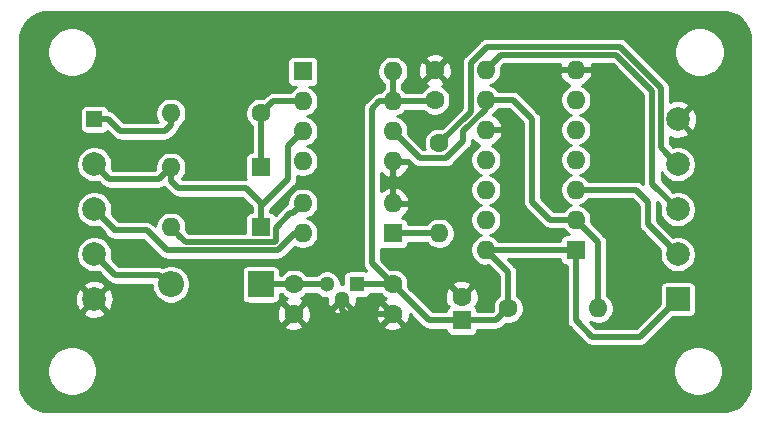
<source format=gbr>
G04 #@! TF.GenerationSoftware,KiCad,Pcbnew,(5.1.5)-3*
G04 #@! TF.CreationDate,2020-06-01T21:13:48+02:00*
G04 #@! TF.ProjectId,CDEHbridgev0.11,43444548-6272-4696-9467-6576302e3131,rev?*
G04 #@! TF.SameCoordinates,Original*
G04 #@! TF.FileFunction,Copper,L1,Top*
G04 #@! TF.FilePolarity,Positive*
%FSLAX46Y46*%
G04 Gerber Fmt 4.6, Leading zero omitted, Abs format (unit mm)*
G04 Created by KiCad (PCBNEW (5.1.5)-3) date 2020-06-01 21:13:48*
%MOMM*%
%LPD*%
G04 APERTURE LIST*
%ADD10O,1.600000X1.600000*%
%ADD11C,1.600000*%
%ADD12R,1.600000X1.600000*%
%ADD13R,1.400000X1.400000*%
%ADD14C,2.000000*%
%ADD15R,2.000000X2.000000*%
%ADD16R,2.200000X2.200000*%
%ADD17O,2.200000X2.200000*%
%ADD18C,1.300000*%
%ADD19R,1.300000X1.300000*%
%ADD20C,0.800000*%
%ADD21C,0.500000*%
%ADD22C,0.254000*%
G04 APERTURE END LIST*
D10*
X74549000Y-123698000D03*
D11*
X66929000Y-123698000D03*
X60706000Y-106045000D03*
X60706000Y-103545000D03*
D12*
X49530000Y-103632000D03*
D10*
X57150000Y-111252000D03*
X49530000Y-106172000D03*
X57150000Y-108712000D03*
X49530000Y-108712000D03*
X57150000Y-106172000D03*
X49530000Y-111252000D03*
X57150000Y-103632000D03*
D12*
X45974000Y-111760000D03*
D10*
X38354000Y-111760000D03*
D13*
X31877000Y-107696000D03*
D14*
X31877000Y-111506000D03*
X31877000Y-115316000D03*
X31877000Y-119126000D03*
X31877000Y-122936000D03*
X81280000Y-107696000D03*
X81280000Y-111506000D03*
X81280000Y-115316000D03*
X81280000Y-119126000D03*
D15*
X81280000Y-122936000D03*
D14*
X81280000Y-119126000D03*
D12*
X62992000Y-124714000D03*
D11*
X62992000Y-122714000D03*
X48768000Y-124166000D03*
X48768000Y-121666000D03*
X57150000Y-121666000D03*
X57150000Y-124166000D03*
D10*
X38354000Y-116840000D03*
D12*
X45974000Y-116840000D03*
D16*
X45974000Y-121666000D03*
D17*
X38354000Y-121666000D03*
D11*
X45974000Y-107188000D03*
D10*
X38354000Y-107188000D03*
D11*
X61087000Y-109728000D03*
D10*
X61087000Y-117348000D03*
D12*
X57150000Y-117348000D03*
D10*
X49530000Y-114808000D03*
X57150000Y-114808000D03*
X49530000Y-117348000D03*
D12*
X72644000Y-118745000D03*
D10*
X65024000Y-103505000D03*
X72644000Y-116205000D03*
X65024000Y-106045000D03*
X72644000Y-113665000D03*
X65024000Y-108585000D03*
X72644000Y-111125000D03*
X65024000Y-111125000D03*
X72644000Y-108585000D03*
X65024000Y-113665000D03*
X72644000Y-106045000D03*
X65024000Y-116205000D03*
X72644000Y-103505000D03*
X65024000Y-118745000D03*
D18*
X52832000Y-122936000D03*
X51562000Y-121666000D03*
D19*
X54102000Y-121666000D03*
D20*
X34500000Y-123300000D03*
X45700000Y-124400000D03*
X51350000Y-124700000D03*
X54734000Y-124166000D03*
X58700000Y-119950000D03*
X63150000Y-120450000D03*
X59550000Y-114650000D03*
X59200000Y-112900000D03*
X83100000Y-109400000D03*
X83200000Y-106100000D03*
X34550000Y-103150000D03*
X52800000Y-102650000D03*
D21*
X54102000Y-121666000D02*
X57150000Y-121666000D01*
X57150000Y-103632000D02*
X57150000Y-106172000D01*
X60579000Y-106172000D02*
X60706000Y-106045000D01*
X57150000Y-106172000D02*
X60579000Y-106172000D01*
X55372000Y-119888000D02*
X57150000Y-121666000D01*
X55372000Y-106818630D02*
X55372000Y-119888000D01*
X56018630Y-106172000D02*
X55372000Y-106818630D01*
X57150000Y-106172000D02*
X56018630Y-106172000D01*
X60198000Y-124714000D02*
X62992000Y-124714000D01*
X57150000Y-121666000D02*
X60198000Y-124714000D01*
X65913000Y-124714000D02*
X66929000Y-123698000D01*
X62992000Y-124714000D02*
X65913000Y-124714000D01*
X66929000Y-120650000D02*
X65024000Y-118745000D01*
X66929000Y-123698000D02*
X66929000Y-120650000D01*
X72644000Y-118745000D02*
X65024000Y-118745000D01*
X78105000Y-126111000D02*
X81280000Y-122936000D01*
X72644000Y-118745000D02*
X72644000Y-124714000D01*
X74041000Y-126111000D02*
X78105000Y-126111000D01*
X72644000Y-124714000D02*
X74041000Y-126111000D01*
X52832000Y-123855238D02*
X53182762Y-124206000D01*
X52832000Y-122936000D02*
X52832000Y-123855238D01*
X53222762Y-124166000D02*
X54734000Y-124166000D01*
X53182762Y-124206000D02*
X53222762Y-124166000D01*
X54734000Y-124166000D02*
X57150000Y-124166000D01*
X38354000Y-121666000D02*
X38100000Y-121666000D01*
X38100000Y-121666000D02*
X37338000Y-120904000D01*
X33655000Y-120904000D02*
X31877000Y-119126000D01*
X37338000Y-120904000D02*
X33655000Y-120904000D01*
X45974000Y-107188000D02*
X45974000Y-111760000D01*
X46990000Y-106172000D02*
X45974000Y-107188000D01*
X49530000Y-106172000D02*
X46990000Y-106172000D01*
X31877000Y-111506000D02*
X33147000Y-112776000D01*
X37338000Y-112776000D02*
X38354000Y-111760000D01*
X33147000Y-112776000D02*
X37338000Y-112776000D01*
X39000630Y-113538000D02*
X44704000Y-113538000D01*
X38354000Y-111760000D02*
X38354000Y-112891370D01*
X44704000Y-113538000D02*
X45974000Y-114808000D01*
X38354000Y-112891370D02*
X39000630Y-113538000D01*
X49530000Y-108712000D02*
X48279999Y-109962001D01*
X45974000Y-114808000D02*
X45974000Y-115062000D01*
X48279999Y-112756001D02*
X45974000Y-115062000D01*
X48279999Y-109962001D02*
X48279999Y-112756001D01*
X45974000Y-115062000D02*
X45974000Y-116840000D01*
X39604001Y-118090001D02*
X39153999Y-117639999D01*
X47134001Y-118090001D02*
X39604001Y-118090001D01*
X47224001Y-116859999D02*
X47224001Y-118000001D01*
X48476001Y-115607999D02*
X47224001Y-116859999D01*
X47224001Y-118000001D02*
X47134001Y-118090001D01*
X48730001Y-115607999D02*
X48476001Y-115607999D01*
X39153999Y-117639999D02*
X38354000Y-116840000D01*
X49530000Y-114808000D02*
X48730001Y-115607999D01*
X31877000Y-115824000D02*
X31750000Y-115951000D01*
X47423954Y-118790011D02*
X38018011Y-118790011D01*
X49530000Y-117348000D02*
X48865965Y-117348000D01*
X48865965Y-117348000D02*
X47423954Y-118790011D01*
X38018011Y-118790011D02*
X36322000Y-117094000D01*
X36322000Y-117094000D02*
X33528000Y-117094000D01*
X33528000Y-116967000D02*
X31877000Y-115316000D01*
X33528000Y-117094000D02*
X33528000Y-116967000D01*
X38354000Y-108204000D02*
X38354000Y-107188000D01*
X37846000Y-108712000D02*
X38354000Y-108204000D01*
X31877000Y-107696000D02*
X33077000Y-107696000D01*
X34093000Y-108712000D02*
X37846000Y-108712000D01*
X33077000Y-107696000D02*
X34093000Y-108712000D01*
X73775370Y-113665000D02*
X72644000Y-113665000D01*
X77724000Y-113665000D02*
X73775370Y-113665000D01*
X81280000Y-119126000D02*
X78740000Y-116586000D01*
X78740000Y-114681000D02*
X77724000Y-113665000D01*
X78740000Y-116586000D02*
X78740000Y-114681000D01*
X65024000Y-103505000D02*
X66274001Y-102254999D01*
X66274001Y-102254999D02*
X76092999Y-102254999D01*
X76092999Y-102254999D02*
X79129989Y-105291989D01*
X79129989Y-113165989D02*
X81280000Y-115316000D01*
X79129989Y-105291989D02*
X79129989Y-113165989D01*
X80280001Y-110506001D02*
X81280000Y-111506000D01*
X79829999Y-110055999D02*
X80280001Y-110506001D01*
X65124009Y-101554989D02*
X76382952Y-101554989D01*
X79829999Y-105002036D02*
X79829999Y-110055999D01*
X63773999Y-102904999D02*
X65124009Y-101554989D01*
X76382952Y-101554989D02*
X79829999Y-105002036D01*
X63773999Y-107041001D02*
X63773999Y-102904999D01*
X61087000Y-109728000D02*
X63773999Y-107041001D01*
X57150000Y-117348000D02*
X61087000Y-117348000D01*
X67310000Y-106045000D02*
X68961000Y-107696000D01*
X68961000Y-114681000D02*
X70485000Y-116205000D01*
X68961000Y-107696000D02*
X68961000Y-114681000D01*
X65024000Y-106045000D02*
X67310000Y-106045000D01*
X70485000Y-116205000D02*
X72644000Y-116205000D01*
X65024000Y-106780962D02*
X65024000Y-106045000D01*
X63119000Y-108685962D02*
X65024000Y-106780962D01*
X63119000Y-109546002D02*
X63119000Y-108685962D01*
X61687001Y-110978001D02*
X63119000Y-109546002D01*
X59416001Y-110978001D02*
X61687001Y-110978001D01*
X57150000Y-108712000D02*
X59416001Y-110978001D01*
X74549000Y-118110000D02*
X74549000Y-123698000D01*
X72644000Y-116205000D02*
X74549000Y-118110000D01*
X45974000Y-121666000D02*
X48768000Y-121666000D01*
X48768000Y-121666000D02*
X51562000Y-121666000D01*
D22*
G36*
X85470094Y-98625860D02*
G01*
X85922277Y-98762382D01*
X86339336Y-98984135D01*
X86705379Y-99282674D01*
X87006463Y-99646621D01*
X87231125Y-100062127D01*
X87370801Y-100513344D01*
X87423000Y-101009988D01*
X87423001Y-129971772D01*
X87374140Y-130470089D01*
X87237618Y-130922277D01*
X87015863Y-131339337D01*
X86717326Y-131705379D01*
X86353376Y-132006465D01*
X85937878Y-132231123D01*
X85486657Y-132370801D01*
X84990011Y-132423000D01*
X28028218Y-132423000D01*
X27529911Y-132374140D01*
X27077723Y-132237618D01*
X26660663Y-132015863D01*
X26294621Y-131717326D01*
X25993535Y-131353376D01*
X25768877Y-130937878D01*
X25629199Y-130486657D01*
X25577000Y-129990011D01*
X25577000Y-128790509D01*
X27873000Y-128790509D01*
X27873000Y-129209491D01*
X27954739Y-129620423D01*
X28115077Y-130007512D01*
X28347851Y-130355884D01*
X28644116Y-130652149D01*
X28992488Y-130884923D01*
X29379577Y-131045261D01*
X29790509Y-131127000D01*
X30209491Y-131127000D01*
X30620423Y-131045261D01*
X31007512Y-130884923D01*
X31355884Y-130652149D01*
X31652149Y-130355884D01*
X31884923Y-130007512D01*
X32045261Y-129620423D01*
X32127000Y-129209491D01*
X32127000Y-128790509D01*
X80873000Y-128790509D01*
X80873000Y-129209491D01*
X80954739Y-129620423D01*
X81115077Y-130007512D01*
X81347851Y-130355884D01*
X81644116Y-130652149D01*
X81992488Y-130884923D01*
X82379577Y-131045261D01*
X82790509Y-131127000D01*
X83209491Y-131127000D01*
X83620423Y-131045261D01*
X84007512Y-130884923D01*
X84355884Y-130652149D01*
X84652149Y-130355884D01*
X84884923Y-130007512D01*
X85045261Y-129620423D01*
X85127000Y-129209491D01*
X85127000Y-128790509D01*
X85045261Y-128379577D01*
X84884923Y-127992488D01*
X84652149Y-127644116D01*
X84355884Y-127347851D01*
X84007512Y-127115077D01*
X83620423Y-126954739D01*
X83209491Y-126873000D01*
X82790509Y-126873000D01*
X82379577Y-126954739D01*
X81992488Y-127115077D01*
X81644116Y-127347851D01*
X81347851Y-127644116D01*
X81115077Y-127992488D01*
X80954739Y-128379577D01*
X80873000Y-128790509D01*
X32127000Y-128790509D01*
X32045261Y-128379577D01*
X31884923Y-127992488D01*
X31652149Y-127644116D01*
X31355884Y-127347851D01*
X31007512Y-127115077D01*
X30620423Y-126954739D01*
X30209491Y-126873000D01*
X29790509Y-126873000D01*
X29379577Y-126954739D01*
X28992488Y-127115077D01*
X28644116Y-127347851D01*
X28347851Y-127644116D01*
X28115077Y-127992488D01*
X27954739Y-128379577D01*
X27873000Y-128790509D01*
X25577000Y-128790509D01*
X25577000Y-125158702D01*
X47954903Y-125158702D01*
X48026486Y-125402671D01*
X48281996Y-125523571D01*
X48556184Y-125592300D01*
X48838512Y-125606217D01*
X49118130Y-125564787D01*
X49384292Y-125469603D01*
X49509514Y-125402671D01*
X49581097Y-125158702D01*
X56336903Y-125158702D01*
X56408486Y-125402671D01*
X56663996Y-125523571D01*
X56938184Y-125592300D01*
X57220512Y-125606217D01*
X57500130Y-125564787D01*
X57766292Y-125469603D01*
X57891514Y-125402671D01*
X57963097Y-125158702D01*
X57150000Y-124345605D01*
X56336903Y-125158702D01*
X49581097Y-125158702D01*
X48768000Y-124345605D01*
X47954903Y-125158702D01*
X25577000Y-125158702D01*
X25577000Y-124071413D01*
X30921192Y-124071413D01*
X31016956Y-124335814D01*
X31306571Y-124476704D01*
X31618108Y-124558384D01*
X31939595Y-124577718D01*
X32258675Y-124533961D01*
X32563088Y-124428795D01*
X32737044Y-124335814D01*
X32773010Y-124236512D01*
X47327783Y-124236512D01*
X47369213Y-124516130D01*
X47464397Y-124782292D01*
X47531329Y-124907514D01*
X47775298Y-124979097D01*
X48588395Y-124166000D01*
X48947605Y-124166000D01*
X49760702Y-124979097D01*
X50004671Y-124907514D01*
X50125571Y-124652004D01*
X50194300Y-124377816D01*
X50201265Y-124236512D01*
X55709783Y-124236512D01*
X55751213Y-124516130D01*
X55846397Y-124782292D01*
X55913329Y-124907514D01*
X56157298Y-124979097D01*
X56970395Y-124166000D01*
X56157298Y-123352903D01*
X55913329Y-123424486D01*
X55792429Y-123679996D01*
X55723700Y-123954184D01*
X55709783Y-124236512D01*
X50201265Y-124236512D01*
X50208217Y-124095488D01*
X50167626Y-123821527D01*
X52126078Y-123821527D01*
X52179466Y-124050201D01*
X52409374Y-124156095D01*
X52655524Y-124215102D01*
X52908455Y-124224952D01*
X53158449Y-124185270D01*
X53395896Y-124097578D01*
X53484534Y-124050201D01*
X53537922Y-123821527D01*
X52832000Y-123115605D01*
X52126078Y-123821527D01*
X50167626Y-123821527D01*
X50166787Y-123815870D01*
X50071603Y-123549708D01*
X50004671Y-123424486D01*
X49760702Y-123352903D01*
X48947605Y-124166000D01*
X48588395Y-124166000D01*
X47775298Y-123352903D01*
X47531329Y-123424486D01*
X47410429Y-123679996D01*
X47341700Y-123954184D01*
X47327783Y-124236512D01*
X32773010Y-124236512D01*
X32832808Y-124071413D01*
X31877000Y-123115605D01*
X30921192Y-124071413D01*
X25577000Y-124071413D01*
X25577000Y-122998595D01*
X30235282Y-122998595D01*
X30279039Y-123317675D01*
X30384205Y-123622088D01*
X30477186Y-123796044D01*
X30741587Y-123891808D01*
X31697395Y-122936000D01*
X32056605Y-122936000D01*
X33012413Y-123891808D01*
X33276814Y-123796044D01*
X33417704Y-123506429D01*
X33499384Y-123194892D01*
X33518718Y-122873405D01*
X33474961Y-122554325D01*
X33369795Y-122249912D01*
X33276814Y-122075956D01*
X33012413Y-121980192D01*
X32056605Y-122936000D01*
X31697395Y-122936000D01*
X30741587Y-121980192D01*
X30477186Y-122075956D01*
X30336296Y-122365571D01*
X30254616Y-122677108D01*
X30235282Y-122998595D01*
X25577000Y-122998595D01*
X25577000Y-121800587D01*
X30921192Y-121800587D01*
X31877000Y-122756395D01*
X32832808Y-121800587D01*
X32737044Y-121536186D01*
X32447429Y-121395296D01*
X32135892Y-121313616D01*
X31814405Y-121294282D01*
X31495325Y-121338039D01*
X31190912Y-121443205D01*
X31016956Y-121536186D01*
X30921192Y-121800587D01*
X25577000Y-121800587D01*
X25577000Y-118975604D01*
X30350000Y-118975604D01*
X30350000Y-119276396D01*
X30408681Y-119571410D01*
X30523790Y-119849306D01*
X30690901Y-120099406D01*
X30903594Y-120312099D01*
X31153694Y-120479210D01*
X31431590Y-120594319D01*
X31726604Y-120653000D01*
X32027396Y-120653000D01*
X32259074Y-120606917D01*
X33078590Y-121426434D01*
X33102920Y-121456080D01*
X33132564Y-121480408D01*
X33132565Y-121480409D01*
X33173109Y-121513682D01*
X33221234Y-121553177D01*
X33356216Y-121625327D01*
X33502681Y-121669757D01*
X33616834Y-121681000D01*
X33616836Y-121681000D01*
X33655000Y-121684759D01*
X33693163Y-121681000D01*
X36727000Y-121681000D01*
X36727000Y-121826245D01*
X36789525Y-122140578D01*
X36912172Y-122436673D01*
X37090227Y-122703152D01*
X37316848Y-122929773D01*
X37583327Y-123107828D01*
X37879422Y-123230475D01*
X38193755Y-123293000D01*
X38514245Y-123293000D01*
X38828578Y-123230475D01*
X39124673Y-123107828D01*
X39391152Y-122929773D01*
X39617773Y-122703152D01*
X39795828Y-122436673D01*
X39918475Y-122140578D01*
X39981000Y-121826245D01*
X39981000Y-121505755D01*
X39918475Y-121191422D01*
X39795828Y-120895327D01*
X39617773Y-120628848D01*
X39554925Y-120566000D01*
X44344451Y-120566000D01*
X44344451Y-122766000D01*
X44354626Y-122869310D01*
X44384761Y-122968650D01*
X44433696Y-123060202D01*
X44499552Y-123140448D01*
X44579798Y-123206304D01*
X44671350Y-123255239D01*
X44770690Y-123285374D01*
X44874000Y-123295549D01*
X47074000Y-123295549D01*
X47177310Y-123285374D01*
X47276650Y-123255239D01*
X47368202Y-123206304D01*
X47448448Y-123140448D01*
X47514304Y-123060202D01*
X47563239Y-122968650D01*
X47593374Y-122869310D01*
X47603549Y-122766000D01*
X47603549Y-122443000D01*
X47691206Y-122443000D01*
X47737252Y-122511913D01*
X47922087Y-122696748D01*
X48139430Y-122841972D01*
X48171582Y-122855290D01*
X48151708Y-122862397D01*
X48026486Y-122929329D01*
X47954903Y-123173298D01*
X48768000Y-123986395D01*
X49581097Y-123173298D01*
X49509514Y-122929329D01*
X49358351Y-122857803D01*
X49396570Y-122841972D01*
X49613913Y-122696748D01*
X49798748Y-122511913D01*
X49844794Y-122443000D01*
X50674470Y-122443000D01*
X50811706Y-122580236D01*
X51004481Y-122709044D01*
X51218682Y-122797769D01*
X51446076Y-122843000D01*
X51549647Y-122843000D01*
X51543048Y-123012455D01*
X51582730Y-123262449D01*
X51670422Y-123499896D01*
X51717799Y-123588534D01*
X51946473Y-123641922D01*
X52652395Y-122936000D01*
X52638253Y-122921858D01*
X52817858Y-122742253D01*
X52832000Y-122756395D01*
X52846143Y-122742253D01*
X53025748Y-122921858D01*
X53011605Y-122936000D01*
X53717527Y-123641922D01*
X53946201Y-123588534D01*
X54052095Y-123358626D01*
X54111102Y-123112476D01*
X54120952Y-122859545D01*
X54118730Y-122845549D01*
X54752000Y-122845549D01*
X54855310Y-122835374D01*
X54954650Y-122805239D01*
X55046202Y-122756304D01*
X55126448Y-122690448D01*
X55192304Y-122610202D01*
X55241239Y-122518650D01*
X55264188Y-122443000D01*
X56073206Y-122443000D01*
X56119252Y-122511913D01*
X56304087Y-122696748D01*
X56521430Y-122841972D01*
X56553582Y-122855290D01*
X56533708Y-122862397D01*
X56408486Y-122929329D01*
X56336903Y-123173298D01*
X57150000Y-123986395D01*
X57164143Y-123972253D01*
X57343748Y-124151858D01*
X57329605Y-124166000D01*
X58142702Y-124979097D01*
X58386671Y-124907514D01*
X58507571Y-124652004D01*
X58576300Y-124377816D01*
X58585069Y-124199913D01*
X59621590Y-125236434D01*
X59645920Y-125266080D01*
X59675564Y-125290408D01*
X59675565Y-125290409D01*
X59764233Y-125363177D01*
X59813804Y-125389673D01*
X59899216Y-125435327D01*
X60045681Y-125479757D01*
X60159834Y-125491000D01*
X60159836Y-125491000D01*
X60198000Y-125494759D01*
X60236163Y-125491000D01*
X61662451Y-125491000D01*
X61662451Y-125514000D01*
X61672626Y-125617310D01*
X61702761Y-125716650D01*
X61751696Y-125808202D01*
X61817552Y-125888448D01*
X61897798Y-125954304D01*
X61989350Y-126003239D01*
X62088690Y-126033374D01*
X62192000Y-126043549D01*
X63792000Y-126043549D01*
X63895310Y-126033374D01*
X63994650Y-126003239D01*
X64086202Y-125954304D01*
X64166448Y-125888448D01*
X64232304Y-125808202D01*
X64281239Y-125716650D01*
X64311374Y-125617310D01*
X64321549Y-125514000D01*
X64321549Y-125491000D01*
X65874837Y-125491000D01*
X65913000Y-125494759D01*
X65951163Y-125491000D01*
X65951166Y-125491000D01*
X66065319Y-125479757D01*
X66211784Y-125435327D01*
X66346766Y-125363177D01*
X66465080Y-125266080D01*
X66489412Y-125236431D01*
X66717013Y-125008831D01*
X66798302Y-125025000D01*
X67059698Y-125025000D01*
X67316072Y-124974004D01*
X67557570Y-124873972D01*
X67774913Y-124728748D01*
X67959748Y-124543913D01*
X68104972Y-124326570D01*
X68205004Y-124085072D01*
X68256000Y-123828698D01*
X68256000Y-123567302D01*
X68205004Y-123310928D01*
X68104972Y-123069430D01*
X67959748Y-122852087D01*
X67774913Y-122667252D01*
X67706000Y-122621206D01*
X67706000Y-120688163D01*
X67709759Y-120650000D01*
X67704275Y-120594319D01*
X67694757Y-120497681D01*
X67650327Y-120351216D01*
X67607877Y-120271798D01*
X67578177Y-120216233D01*
X67505409Y-120127565D01*
X67505408Y-120127564D01*
X67481080Y-120097920D01*
X67451436Y-120073592D01*
X66899844Y-119522000D01*
X71314451Y-119522000D01*
X71314451Y-119545000D01*
X71324626Y-119648310D01*
X71354761Y-119747650D01*
X71403696Y-119839202D01*
X71469552Y-119919448D01*
X71549798Y-119985304D01*
X71641350Y-120034239D01*
X71740690Y-120064374D01*
X71844000Y-120074549D01*
X71867000Y-120074549D01*
X71867001Y-124675827D01*
X71863241Y-124714000D01*
X71878244Y-124866318D01*
X71922673Y-125012783D01*
X71994823Y-125147766D01*
X72067591Y-125236434D01*
X72091921Y-125266080D01*
X72121565Y-125290408D01*
X73464592Y-126633436D01*
X73488920Y-126663080D01*
X73518564Y-126687408D01*
X73518565Y-126687409D01*
X73607233Y-126760177D01*
X73742216Y-126832327D01*
X73888681Y-126876757D01*
X74002834Y-126888000D01*
X74002843Y-126888000D01*
X74040999Y-126891758D01*
X74079155Y-126888000D01*
X78066837Y-126888000D01*
X78105000Y-126891759D01*
X78143163Y-126888000D01*
X78143166Y-126888000D01*
X78257319Y-126876757D01*
X78403784Y-126832327D01*
X78538766Y-126760177D01*
X78657080Y-126663080D01*
X78681413Y-126633430D01*
X80849295Y-124465549D01*
X82280000Y-124465549D01*
X82383310Y-124455374D01*
X82482650Y-124425239D01*
X82574202Y-124376304D01*
X82654448Y-124310448D01*
X82720304Y-124230202D01*
X82769239Y-124138650D01*
X82799374Y-124039310D01*
X82809549Y-123936000D01*
X82809549Y-121936000D01*
X82799374Y-121832690D01*
X82769239Y-121733350D01*
X82720304Y-121641798D01*
X82654448Y-121561552D01*
X82574202Y-121495696D01*
X82482650Y-121446761D01*
X82383310Y-121416626D01*
X82280000Y-121406451D01*
X80280000Y-121406451D01*
X80176690Y-121416626D01*
X80077350Y-121446761D01*
X79985798Y-121495696D01*
X79905552Y-121561552D01*
X79839696Y-121641798D01*
X79790761Y-121733350D01*
X79760626Y-121832690D01*
X79750451Y-121936000D01*
X79750451Y-123366705D01*
X77783157Y-125334000D01*
X74362844Y-125334000D01*
X73867346Y-124838502D01*
X73920430Y-124873972D01*
X74161928Y-124974004D01*
X74418302Y-125025000D01*
X74679698Y-125025000D01*
X74936072Y-124974004D01*
X75177570Y-124873972D01*
X75394913Y-124728748D01*
X75579748Y-124543913D01*
X75724972Y-124326570D01*
X75825004Y-124085072D01*
X75876000Y-123828698D01*
X75876000Y-123567302D01*
X75825004Y-123310928D01*
X75724972Y-123069430D01*
X75579748Y-122852087D01*
X75394913Y-122667252D01*
X75326000Y-122621206D01*
X75326000Y-118148163D01*
X75329759Y-118110000D01*
X75325753Y-118069327D01*
X75314757Y-117957681D01*
X75270327Y-117811216D01*
X75198178Y-117676235D01*
X75198177Y-117676233D01*
X75125409Y-117587565D01*
X75125408Y-117587564D01*
X75101080Y-117557920D01*
X75071437Y-117533593D01*
X73954831Y-116416987D01*
X73971000Y-116335698D01*
X73971000Y-116074302D01*
X73920004Y-115817928D01*
X73819972Y-115576430D01*
X73674748Y-115359087D01*
X73489913Y-115174252D01*
X73272570Y-115029028D01*
X73045567Y-114935000D01*
X73272570Y-114840972D01*
X73489913Y-114695748D01*
X73674748Y-114510913D01*
X73720794Y-114442000D01*
X77402157Y-114442000D01*
X77963001Y-115002845D01*
X77963000Y-116547836D01*
X77959241Y-116586000D01*
X77963000Y-116624163D01*
X77963000Y-116624165D01*
X77974243Y-116738318D01*
X78003138Y-116833570D01*
X78018673Y-116884783D01*
X78090823Y-117019766D01*
X78138203Y-117077499D01*
X78187920Y-117138080D01*
X78217569Y-117162413D01*
X79799083Y-118743926D01*
X79753000Y-118975604D01*
X79753000Y-119276396D01*
X79811681Y-119571410D01*
X79926790Y-119849306D01*
X80093901Y-120099406D01*
X80306594Y-120312099D01*
X80556694Y-120479210D01*
X80834590Y-120594319D01*
X81129604Y-120653000D01*
X81430396Y-120653000D01*
X81725410Y-120594319D01*
X82003306Y-120479210D01*
X82253406Y-120312099D01*
X82466099Y-120099406D01*
X82633210Y-119849306D01*
X82748319Y-119571410D01*
X82807000Y-119276396D01*
X82807000Y-118975604D01*
X82748319Y-118680590D01*
X82633210Y-118402694D01*
X82466099Y-118152594D01*
X82253406Y-117939901D01*
X82003306Y-117772790D01*
X81725410Y-117657681D01*
X81430396Y-117599000D01*
X81129604Y-117599000D01*
X80897926Y-117645083D01*
X79517000Y-116264157D01*
X79517000Y-114719163D01*
X79520759Y-114681000D01*
X79517984Y-114652828D01*
X79799083Y-114933926D01*
X79753000Y-115165604D01*
X79753000Y-115466396D01*
X79811681Y-115761410D01*
X79926790Y-116039306D01*
X80093901Y-116289406D01*
X80306594Y-116502099D01*
X80556694Y-116669210D01*
X80834590Y-116784319D01*
X81129604Y-116843000D01*
X81430396Y-116843000D01*
X81725410Y-116784319D01*
X82003306Y-116669210D01*
X82253406Y-116502099D01*
X82466099Y-116289406D01*
X82633210Y-116039306D01*
X82748319Y-115761410D01*
X82807000Y-115466396D01*
X82807000Y-115165604D01*
X82748319Y-114870590D01*
X82633210Y-114592694D01*
X82466099Y-114342594D01*
X82253406Y-114129901D01*
X82003306Y-113962790D01*
X81725410Y-113847681D01*
X81430396Y-113789000D01*
X81129604Y-113789000D01*
X80897926Y-113835083D01*
X79906989Y-112844146D01*
X79906989Y-112181502D01*
X79926790Y-112229306D01*
X80093901Y-112479406D01*
X80306594Y-112692099D01*
X80556694Y-112859210D01*
X80834590Y-112974319D01*
X81129604Y-113033000D01*
X81430396Y-113033000D01*
X81725410Y-112974319D01*
X82003306Y-112859210D01*
X82253406Y-112692099D01*
X82466099Y-112479406D01*
X82633210Y-112229306D01*
X82748319Y-111951410D01*
X82807000Y-111656396D01*
X82807000Y-111355604D01*
X82748319Y-111060590D01*
X82633210Y-110782694D01*
X82466099Y-110532594D01*
X82253406Y-110319901D01*
X82003306Y-110152790D01*
X81725410Y-110037681D01*
X81430396Y-109979000D01*
X81129604Y-109979000D01*
X80897926Y-110025083D01*
X80606999Y-109734156D01*
X80606999Y-109186805D01*
X80709571Y-109236704D01*
X81021108Y-109318384D01*
X81342595Y-109337718D01*
X81661675Y-109293961D01*
X81966088Y-109188795D01*
X82140044Y-109095814D01*
X82235808Y-108831413D01*
X81280000Y-107875605D01*
X81265858Y-107889748D01*
X81086253Y-107710143D01*
X81100395Y-107696000D01*
X81459605Y-107696000D01*
X82415413Y-108651808D01*
X82679814Y-108556044D01*
X82820704Y-108266429D01*
X82902384Y-107954892D01*
X82921718Y-107633405D01*
X82877961Y-107314325D01*
X82772795Y-107009912D01*
X82679814Y-106835956D01*
X82415413Y-106740192D01*
X81459605Y-107696000D01*
X81100395Y-107696000D01*
X81086253Y-107681858D01*
X81265858Y-107502253D01*
X81280000Y-107516395D01*
X82235808Y-106560587D01*
X82140044Y-106296186D01*
X81850429Y-106155296D01*
X81538892Y-106073616D01*
X81217405Y-106054282D01*
X80898325Y-106098039D01*
X80606999Y-106198684D01*
X80606999Y-105040199D01*
X80610758Y-105002036D01*
X80602800Y-104921239D01*
X80595756Y-104849717D01*
X80551326Y-104703252D01*
X80514657Y-104634650D01*
X80479177Y-104568270D01*
X80406408Y-104479601D01*
X80406407Y-104479600D01*
X80382079Y-104449956D01*
X80352436Y-104425629D01*
X77717316Y-101790509D01*
X81000000Y-101790509D01*
X81000000Y-102209491D01*
X81081739Y-102620423D01*
X81242077Y-103007512D01*
X81474851Y-103355884D01*
X81771116Y-103652149D01*
X82119488Y-103884923D01*
X82506577Y-104045261D01*
X82917509Y-104127000D01*
X83336491Y-104127000D01*
X83747423Y-104045261D01*
X84134512Y-103884923D01*
X84482884Y-103652149D01*
X84779149Y-103355884D01*
X85011923Y-103007512D01*
X85172261Y-102620423D01*
X85254000Y-102209491D01*
X85254000Y-101790509D01*
X85172261Y-101379577D01*
X85011923Y-100992488D01*
X84779149Y-100644116D01*
X84482884Y-100347851D01*
X84134512Y-100115077D01*
X83747423Y-99954739D01*
X83336491Y-99873000D01*
X82917509Y-99873000D01*
X82506577Y-99954739D01*
X82119488Y-100115077D01*
X81771116Y-100347851D01*
X81474851Y-100644116D01*
X81242077Y-100992488D01*
X81081739Y-101379577D01*
X81000000Y-101790509D01*
X77717316Y-101790509D01*
X76959365Y-101032559D01*
X76935032Y-101002909D01*
X76816718Y-100905812D01*
X76681736Y-100833662D01*
X76535271Y-100789232D01*
X76421118Y-100777989D01*
X76421115Y-100777989D01*
X76382952Y-100774230D01*
X76344789Y-100777989D01*
X65162164Y-100777989D01*
X65124008Y-100774231D01*
X65085852Y-100777989D01*
X65085843Y-100777989D01*
X64971690Y-100789232D01*
X64825225Y-100833662D01*
X64690242Y-100905812D01*
X64601574Y-100978580D01*
X64571929Y-101002909D01*
X64547601Y-101032553D01*
X63251564Y-102328591D01*
X63221920Y-102352919D01*
X63197592Y-102382563D01*
X63197590Y-102382565D01*
X63124822Y-102471233D01*
X63052672Y-102606216D01*
X63008243Y-102752681D01*
X62993240Y-102904999D01*
X62997000Y-102943172D01*
X62996999Y-106719157D01*
X61298987Y-108417169D01*
X61217698Y-108401000D01*
X60956302Y-108401000D01*
X60699928Y-108451996D01*
X60458430Y-108552028D01*
X60241087Y-108697252D01*
X60056252Y-108882087D01*
X59911028Y-109099430D01*
X59810996Y-109340928D01*
X59760000Y-109597302D01*
X59760000Y-109858698D01*
X59810996Y-110115072D01*
X59846589Y-110201001D01*
X59737845Y-110201001D01*
X58460831Y-108923987D01*
X58477000Y-108842698D01*
X58477000Y-108581302D01*
X58426004Y-108324928D01*
X58325972Y-108083430D01*
X58180748Y-107866087D01*
X57995913Y-107681252D01*
X57778570Y-107536028D01*
X57551567Y-107442000D01*
X57778570Y-107347972D01*
X57995913Y-107202748D01*
X58180748Y-107017913D01*
X58226794Y-106949000D01*
X59733339Y-106949000D01*
X59860087Y-107075748D01*
X60077430Y-107220972D01*
X60318928Y-107321004D01*
X60575302Y-107372000D01*
X60836698Y-107372000D01*
X61093072Y-107321004D01*
X61334570Y-107220972D01*
X61551913Y-107075748D01*
X61736748Y-106890913D01*
X61881972Y-106673570D01*
X61982004Y-106432072D01*
X62033000Y-106175698D01*
X62033000Y-105914302D01*
X61982004Y-105657928D01*
X61881972Y-105416430D01*
X61736748Y-105199087D01*
X61551913Y-105014252D01*
X61334570Y-104869028D01*
X61302418Y-104855710D01*
X61322292Y-104848603D01*
X61447514Y-104781671D01*
X61519097Y-104537702D01*
X60706000Y-103724605D01*
X59892903Y-104537702D01*
X59964486Y-104781671D01*
X60115649Y-104853197D01*
X60077430Y-104869028D01*
X59860087Y-105014252D01*
X59675252Y-105199087D01*
X59544347Y-105395000D01*
X58226794Y-105395000D01*
X58180748Y-105326087D01*
X57995913Y-105141252D01*
X57927000Y-105095206D01*
X57927000Y-104708794D01*
X57995913Y-104662748D01*
X58180748Y-104477913D01*
X58325972Y-104260570D01*
X58426004Y-104019072D01*
X58477000Y-103762698D01*
X58477000Y-103615512D01*
X59265783Y-103615512D01*
X59307213Y-103895130D01*
X59402397Y-104161292D01*
X59469329Y-104286514D01*
X59713298Y-104358097D01*
X60526395Y-103545000D01*
X60885605Y-103545000D01*
X61698702Y-104358097D01*
X61942671Y-104286514D01*
X62063571Y-104031004D01*
X62132300Y-103756816D01*
X62146217Y-103474488D01*
X62104787Y-103194870D01*
X62009603Y-102928708D01*
X61942671Y-102803486D01*
X61698702Y-102731903D01*
X60885605Y-103545000D01*
X60526395Y-103545000D01*
X59713298Y-102731903D01*
X59469329Y-102803486D01*
X59348429Y-103058996D01*
X59279700Y-103333184D01*
X59265783Y-103615512D01*
X58477000Y-103615512D01*
X58477000Y-103501302D01*
X58426004Y-103244928D01*
X58325972Y-103003430D01*
X58180748Y-102786087D01*
X57995913Y-102601252D01*
X57922649Y-102552298D01*
X59892903Y-102552298D01*
X60706000Y-103365395D01*
X61519097Y-102552298D01*
X61447514Y-102308329D01*
X61192004Y-102187429D01*
X60917816Y-102118700D01*
X60635488Y-102104783D01*
X60355870Y-102146213D01*
X60089708Y-102241397D01*
X59964486Y-102308329D01*
X59892903Y-102552298D01*
X57922649Y-102552298D01*
X57778570Y-102456028D01*
X57537072Y-102355996D01*
X57280698Y-102305000D01*
X57019302Y-102305000D01*
X56762928Y-102355996D01*
X56521430Y-102456028D01*
X56304087Y-102601252D01*
X56119252Y-102786087D01*
X55974028Y-103003430D01*
X55873996Y-103244928D01*
X55823000Y-103501302D01*
X55823000Y-103762698D01*
X55873996Y-104019072D01*
X55974028Y-104260570D01*
X56119252Y-104477913D01*
X56304087Y-104662748D01*
X56373000Y-104708794D01*
X56373001Y-105095205D01*
X56304087Y-105141252D01*
X56119252Y-105326087D01*
X56073206Y-105395000D01*
X56056793Y-105395000D01*
X56018630Y-105391241D01*
X55980466Y-105395000D01*
X55980464Y-105395000D01*
X55866311Y-105406243D01*
X55719846Y-105450673D01*
X55652355Y-105486748D01*
X55584863Y-105522823D01*
X55502068Y-105590771D01*
X55466550Y-105619920D01*
X55442222Y-105649564D01*
X54849569Y-106242218D01*
X54819920Y-106266550D01*
X54795591Y-106296196D01*
X54722823Y-106384864D01*
X54679214Y-106466451D01*
X54650673Y-106519847D01*
X54606243Y-106666312D01*
X54595000Y-106780464D01*
X54591241Y-106818630D01*
X54595000Y-106856793D01*
X54595001Y-119849827D01*
X54591241Y-119888000D01*
X54606244Y-120040318D01*
X54650673Y-120186783D01*
X54722823Y-120321766D01*
X54771899Y-120381565D01*
X54819921Y-120440080D01*
X54849565Y-120464408D01*
X54893310Y-120508154D01*
X54855310Y-120496626D01*
X54752000Y-120486451D01*
X53452000Y-120486451D01*
X53348690Y-120496626D01*
X53249350Y-120526761D01*
X53157798Y-120575696D01*
X53077552Y-120641552D01*
X53011696Y-120721798D01*
X52962761Y-120813350D01*
X52932626Y-120912690D01*
X52922451Y-121016000D01*
X52922451Y-121653548D01*
X52755545Y-121647048D01*
X52739000Y-121649674D01*
X52739000Y-121550076D01*
X52693769Y-121322682D01*
X52605044Y-121108481D01*
X52476236Y-120915706D01*
X52312294Y-120751764D01*
X52119519Y-120622956D01*
X51905318Y-120534231D01*
X51677924Y-120489000D01*
X51446076Y-120489000D01*
X51218682Y-120534231D01*
X51004481Y-120622956D01*
X50811706Y-120751764D01*
X50674470Y-120889000D01*
X49844794Y-120889000D01*
X49798748Y-120820087D01*
X49613913Y-120635252D01*
X49396570Y-120490028D01*
X49155072Y-120389996D01*
X48898698Y-120339000D01*
X48637302Y-120339000D01*
X48380928Y-120389996D01*
X48139430Y-120490028D01*
X47922087Y-120635252D01*
X47737252Y-120820087D01*
X47691206Y-120889000D01*
X47603549Y-120889000D01*
X47603549Y-120566000D01*
X47593374Y-120462690D01*
X47563239Y-120363350D01*
X47514304Y-120271798D01*
X47448448Y-120191552D01*
X47368202Y-120125696D01*
X47276650Y-120076761D01*
X47177310Y-120046626D01*
X47074000Y-120036451D01*
X44874000Y-120036451D01*
X44770690Y-120046626D01*
X44671350Y-120076761D01*
X44579798Y-120125696D01*
X44499552Y-120191552D01*
X44433696Y-120271798D01*
X44384761Y-120363350D01*
X44354626Y-120462690D01*
X44344451Y-120566000D01*
X39554925Y-120566000D01*
X39391152Y-120402227D01*
X39124673Y-120224172D01*
X38828578Y-120101525D01*
X38514245Y-120039000D01*
X38193755Y-120039000D01*
X37879422Y-120101525D01*
X37657186Y-120193578D01*
X37636784Y-120182673D01*
X37490319Y-120138243D01*
X37376166Y-120127000D01*
X37376163Y-120127000D01*
X37338000Y-120123241D01*
X37299837Y-120127000D01*
X33976844Y-120127000D01*
X33357917Y-119508074D01*
X33404000Y-119276396D01*
X33404000Y-118975604D01*
X33345319Y-118680590D01*
X33230210Y-118402694D01*
X33063099Y-118152594D01*
X32850406Y-117939901D01*
X32600306Y-117772790D01*
X32322410Y-117657681D01*
X32027396Y-117599000D01*
X31726604Y-117599000D01*
X31431590Y-117657681D01*
X31153694Y-117772790D01*
X30903594Y-117939901D01*
X30690901Y-118152594D01*
X30523790Y-118402694D01*
X30408681Y-118680590D01*
X30350000Y-118975604D01*
X25577000Y-118975604D01*
X25577000Y-111355604D01*
X30350000Y-111355604D01*
X30350000Y-111656396D01*
X30408681Y-111951410D01*
X30523790Y-112229306D01*
X30690901Y-112479406D01*
X30903594Y-112692099D01*
X31153694Y-112859210D01*
X31431590Y-112974319D01*
X31726604Y-113033000D01*
X32027396Y-113033000D01*
X32259073Y-112986917D01*
X32570592Y-113298436D01*
X32594920Y-113328080D01*
X32624564Y-113352408D01*
X32624565Y-113352409D01*
X32713233Y-113425177D01*
X32848216Y-113497327D01*
X32994681Y-113541757D01*
X33108834Y-113553000D01*
X33108843Y-113553000D01*
X33146999Y-113556758D01*
X33185155Y-113553000D01*
X37299837Y-113553000D01*
X37338000Y-113556759D01*
X37376163Y-113553000D01*
X37376166Y-113553000D01*
X37490319Y-113541757D01*
X37636784Y-113497327D01*
X37771766Y-113425177D01*
X37780824Y-113417743D01*
X37801921Y-113443450D01*
X37831565Y-113467778D01*
X38424220Y-114060434D01*
X38448550Y-114090080D01*
X38478194Y-114114408D01*
X38478195Y-114114409D01*
X38566863Y-114187177D01*
X38622808Y-114217080D01*
X38701846Y-114259327D01*
X38848311Y-114303757D01*
X38962464Y-114315000D01*
X38962466Y-114315000D01*
X39000630Y-114318759D01*
X39038793Y-114315000D01*
X44382157Y-114315000D01*
X45197000Y-115129844D01*
X45197000Y-115510451D01*
X45174000Y-115510451D01*
X45070690Y-115520626D01*
X44971350Y-115550761D01*
X44879798Y-115599696D01*
X44799552Y-115665552D01*
X44733696Y-115745798D01*
X44684761Y-115837350D01*
X44654626Y-115936690D01*
X44644451Y-116040000D01*
X44644451Y-117313001D01*
X39925844Y-117313001D01*
X39730413Y-117117570D01*
X39730408Y-117117564D01*
X39664831Y-117051987D01*
X39681000Y-116970698D01*
X39681000Y-116709302D01*
X39630004Y-116452928D01*
X39529972Y-116211430D01*
X39384748Y-115994087D01*
X39199913Y-115809252D01*
X38982570Y-115664028D01*
X38741072Y-115563996D01*
X38484698Y-115513000D01*
X38223302Y-115513000D01*
X37966928Y-115563996D01*
X37725430Y-115664028D01*
X37508087Y-115809252D01*
X37323252Y-115994087D01*
X37178028Y-116211430D01*
X37077996Y-116452928D01*
X37028517Y-116701674D01*
X36898412Y-116571569D01*
X36874080Y-116541920D01*
X36755766Y-116444823D01*
X36620784Y-116372673D01*
X36474319Y-116328243D01*
X36360166Y-116317000D01*
X36360163Y-116317000D01*
X36322000Y-116313241D01*
X36283837Y-116317000D01*
X33976844Y-116317000D01*
X33357917Y-115698074D01*
X33404000Y-115466396D01*
X33404000Y-115165604D01*
X33345319Y-114870590D01*
X33230210Y-114592694D01*
X33063099Y-114342594D01*
X32850406Y-114129901D01*
X32600306Y-113962790D01*
X32322410Y-113847681D01*
X32027396Y-113789000D01*
X31726604Y-113789000D01*
X31431590Y-113847681D01*
X31153694Y-113962790D01*
X30903594Y-114129901D01*
X30690901Y-114342594D01*
X30523790Y-114592694D01*
X30408681Y-114870590D01*
X30350000Y-115165604D01*
X30350000Y-115466396D01*
X30408681Y-115761410D01*
X30523790Y-116039306D01*
X30690901Y-116289406D01*
X30903594Y-116502099D01*
X31153694Y-116669210D01*
X31431590Y-116784319D01*
X31726604Y-116843000D01*
X32027396Y-116843000D01*
X32259074Y-116796917D01*
X32785656Y-117323499D01*
X32806673Y-117392784D01*
X32878823Y-117527766D01*
X32970930Y-117640000D01*
X32975920Y-117646080D01*
X33094234Y-117743177D01*
X33229216Y-117815327D01*
X33375681Y-117859757D01*
X33528000Y-117874759D01*
X33566166Y-117871000D01*
X36000157Y-117871000D01*
X37441603Y-119312447D01*
X37465931Y-119342091D01*
X37495575Y-119366419D01*
X37495576Y-119366420D01*
X37529398Y-119394177D01*
X37584245Y-119439188D01*
X37719227Y-119511338D01*
X37865692Y-119555768D01*
X37979845Y-119567011D01*
X37979847Y-119567011D01*
X38018011Y-119570770D01*
X38056174Y-119567011D01*
X47385791Y-119567011D01*
X47423954Y-119570770D01*
X47462117Y-119567011D01*
X47462120Y-119567011D01*
X47576273Y-119555768D01*
X47722738Y-119511338D01*
X47857720Y-119439188D01*
X47976034Y-119342091D01*
X48000366Y-119312442D01*
X48833935Y-118478873D01*
X48901430Y-118523972D01*
X49142928Y-118624004D01*
X49399302Y-118675000D01*
X49660698Y-118675000D01*
X49917072Y-118624004D01*
X50158570Y-118523972D01*
X50375913Y-118378748D01*
X50560748Y-118193913D01*
X50705972Y-117976570D01*
X50806004Y-117735072D01*
X50857000Y-117478698D01*
X50857000Y-117217302D01*
X50806004Y-116960928D01*
X50705972Y-116719430D01*
X50560748Y-116502087D01*
X50375913Y-116317252D01*
X50158570Y-116172028D01*
X49931567Y-116078000D01*
X50158570Y-115983972D01*
X50375913Y-115838748D01*
X50560748Y-115653913D01*
X50705972Y-115436570D01*
X50806004Y-115195072D01*
X50857000Y-114938698D01*
X50857000Y-114677302D01*
X50806004Y-114420928D01*
X50705972Y-114179430D01*
X50560748Y-113962087D01*
X50375913Y-113777252D01*
X50158570Y-113632028D01*
X49917072Y-113531996D01*
X49660698Y-113481000D01*
X49399302Y-113481000D01*
X49142928Y-113531996D01*
X48901430Y-113632028D01*
X48684087Y-113777252D01*
X48499252Y-113962087D01*
X48354028Y-114179430D01*
X48253996Y-114420928D01*
X48203000Y-114677302D01*
X48203000Y-114878851D01*
X48177217Y-114886672D01*
X48042234Y-114958822D01*
X47956688Y-115029028D01*
X47923921Y-115055919D01*
X47899593Y-115085563D01*
X47223031Y-115762125D01*
X47214304Y-115745798D01*
X47148448Y-115665552D01*
X47068202Y-115599696D01*
X46976650Y-115550761D01*
X46877310Y-115520626D01*
X46774000Y-115510451D01*
X46751000Y-115510451D01*
X46751000Y-115383843D01*
X48802435Y-113332409D01*
X48832079Y-113308081D01*
X48888595Y-113239216D01*
X48929176Y-113189768D01*
X49001326Y-113054785D01*
X49013798Y-113013671D01*
X49045756Y-112908320D01*
X49056999Y-112794167D01*
X49056999Y-112794158D01*
X49060757Y-112756002D01*
X49056999Y-112717846D01*
X49056999Y-112492411D01*
X49142928Y-112528004D01*
X49399302Y-112579000D01*
X49660698Y-112579000D01*
X49917072Y-112528004D01*
X50158570Y-112427972D01*
X50375913Y-112282748D01*
X50560748Y-112097913D01*
X50705972Y-111880570D01*
X50806004Y-111639072D01*
X50857000Y-111382698D01*
X50857000Y-111121302D01*
X50806004Y-110864928D01*
X50705972Y-110623430D01*
X50560748Y-110406087D01*
X50375913Y-110221252D01*
X50158570Y-110076028D01*
X49931567Y-109982000D01*
X50158570Y-109887972D01*
X50375913Y-109742748D01*
X50560748Y-109557913D01*
X50705972Y-109340570D01*
X50806004Y-109099072D01*
X50857000Y-108842698D01*
X50857000Y-108581302D01*
X50806004Y-108324928D01*
X50705972Y-108083430D01*
X50560748Y-107866087D01*
X50375913Y-107681252D01*
X50158570Y-107536028D01*
X49931567Y-107442000D01*
X50158570Y-107347972D01*
X50375913Y-107202748D01*
X50560748Y-107017913D01*
X50705972Y-106800570D01*
X50806004Y-106559072D01*
X50857000Y-106302698D01*
X50857000Y-106041302D01*
X50806004Y-105784928D01*
X50705972Y-105543430D01*
X50560748Y-105326087D01*
X50375913Y-105141252D01*
X50158570Y-104996028D01*
X50075331Y-104961549D01*
X50330000Y-104961549D01*
X50433310Y-104951374D01*
X50532650Y-104921239D01*
X50624202Y-104872304D01*
X50704448Y-104806448D01*
X50770304Y-104726202D01*
X50819239Y-104634650D01*
X50849374Y-104535310D01*
X50859549Y-104432000D01*
X50859549Y-102832000D01*
X50849374Y-102728690D01*
X50819239Y-102629350D01*
X50770304Y-102537798D01*
X50704448Y-102457552D01*
X50624202Y-102391696D01*
X50532650Y-102342761D01*
X50433310Y-102312626D01*
X50330000Y-102302451D01*
X48730000Y-102302451D01*
X48626690Y-102312626D01*
X48527350Y-102342761D01*
X48435798Y-102391696D01*
X48355552Y-102457552D01*
X48289696Y-102537798D01*
X48240761Y-102629350D01*
X48210626Y-102728690D01*
X48200451Y-102832000D01*
X48200451Y-104432000D01*
X48210626Y-104535310D01*
X48240761Y-104634650D01*
X48289696Y-104726202D01*
X48355552Y-104806448D01*
X48435798Y-104872304D01*
X48527350Y-104921239D01*
X48626690Y-104951374D01*
X48730000Y-104961549D01*
X48984669Y-104961549D01*
X48901430Y-104996028D01*
X48684087Y-105141252D01*
X48499252Y-105326087D01*
X48453206Y-105395000D01*
X47028163Y-105395000D01*
X46990000Y-105391241D01*
X46951836Y-105395000D01*
X46951834Y-105395000D01*
X46837681Y-105406243D01*
X46712202Y-105444307D01*
X46691216Y-105450673D01*
X46556233Y-105522823D01*
X46473438Y-105590771D01*
X46437920Y-105619920D01*
X46413592Y-105649564D01*
X46185987Y-105877169D01*
X46104698Y-105861000D01*
X45843302Y-105861000D01*
X45586928Y-105911996D01*
X45345430Y-106012028D01*
X45128087Y-106157252D01*
X44943252Y-106342087D01*
X44798028Y-106559430D01*
X44697996Y-106800928D01*
X44647000Y-107057302D01*
X44647000Y-107318698D01*
X44697996Y-107575072D01*
X44798028Y-107816570D01*
X44943252Y-108033913D01*
X45128087Y-108218748D01*
X45197000Y-108264794D01*
X45197001Y-110430451D01*
X45174000Y-110430451D01*
X45070690Y-110440626D01*
X44971350Y-110470761D01*
X44879798Y-110519696D01*
X44799552Y-110585552D01*
X44733696Y-110665798D01*
X44684761Y-110757350D01*
X44654626Y-110856690D01*
X44644451Y-110960000D01*
X44644451Y-112560000D01*
X44654626Y-112663310D01*
X44683726Y-112759238D01*
X44665837Y-112761000D01*
X39322474Y-112761000D01*
X39276067Y-112714594D01*
X39384748Y-112605913D01*
X39529972Y-112388570D01*
X39630004Y-112147072D01*
X39681000Y-111890698D01*
X39681000Y-111629302D01*
X39630004Y-111372928D01*
X39529972Y-111131430D01*
X39384748Y-110914087D01*
X39199913Y-110729252D01*
X38982570Y-110584028D01*
X38741072Y-110483996D01*
X38484698Y-110433000D01*
X38223302Y-110433000D01*
X37966928Y-110483996D01*
X37725430Y-110584028D01*
X37508087Y-110729252D01*
X37323252Y-110914087D01*
X37178028Y-111131430D01*
X37077996Y-111372928D01*
X37027000Y-111629302D01*
X37027000Y-111890698D01*
X37043169Y-111971987D01*
X37016157Y-111999000D01*
X33468844Y-111999000D01*
X33357917Y-111888073D01*
X33404000Y-111656396D01*
X33404000Y-111355604D01*
X33345319Y-111060590D01*
X33230210Y-110782694D01*
X33063099Y-110532594D01*
X32850406Y-110319901D01*
X32600306Y-110152790D01*
X32322410Y-110037681D01*
X32027396Y-109979000D01*
X31726604Y-109979000D01*
X31431590Y-110037681D01*
X31153694Y-110152790D01*
X30903594Y-110319901D01*
X30690901Y-110532594D01*
X30523790Y-110782694D01*
X30408681Y-111060590D01*
X30350000Y-111355604D01*
X25577000Y-111355604D01*
X25577000Y-106996000D01*
X30647451Y-106996000D01*
X30647451Y-108396000D01*
X30657626Y-108499310D01*
X30687761Y-108598650D01*
X30736696Y-108690202D01*
X30802552Y-108770448D01*
X30882798Y-108836304D01*
X30974350Y-108885239D01*
X31073690Y-108915374D01*
X31177000Y-108925549D01*
X32577000Y-108925549D01*
X32680310Y-108915374D01*
X32779650Y-108885239D01*
X32871202Y-108836304D01*
X32951448Y-108770448D01*
X32997045Y-108714888D01*
X33516590Y-109234434D01*
X33540920Y-109264080D01*
X33570564Y-109288408D01*
X33570565Y-109288409D01*
X33659233Y-109361177D01*
X33750427Y-109409921D01*
X33794216Y-109433327D01*
X33940681Y-109477757D01*
X34054834Y-109489000D01*
X34054836Y-109489000D01*
X34093000Y-109492759D01*
X34131163Y-109489000D01*
X37807837Y-109489000D01*
X37846000Y-109492759D01*
X37884163Y-109489000D01*
X37884166Y-109489000D01*
X37998319Y-109477757D01*
X38144784Y-109433327D01*
X38279766Y-109361177D01*
X38398080Y-109264080D01*
X38422413Y-109234430D01*
X38876432Y-108780411D01*
X38906080Y-108756080D01*
X38963624Y-108685962D01*
X39003177Y-108637767D01*
X39075327Y-108502784D01*
X39076381Y-108499310D01*
X39119757Y-108356319D01*
X39128614Y-108266388D01*
X39199913Y-108218748D01*
X39384748Y-108033913D01*
X39529972Y-107816570D01*
X39630004Y-107575072D01*
X39681000Y-107318698D01*
X39681000Y-107057302D01*
X39630004Y-106800928D01*
X39529972Y-106559430D01*
X39384748Y-106342087D01*
X39199913Y-106157252D01*
X38982570Y-106012028D01*
X38741072Y-105911996D01*
X38484698Y-105861000D01*
X38223302Y-105861000D01*
X37966928Y-105911996D01*
X37725430Y-106012028D01*
X37508087Y-106157252D01*
X37323252Y-106342087D01*
X37178028Y-106559430D01*
X37077996Y-106800928D01*
X37027000Y-107057302D01*
X37027000Y-107318698D01*
X37077996Y-107575072D01*
X37178028Y-107816570D01*
X37257160Y-107935000D01*
X34414844Y-107935000D01*
X33653412Y-107173569D01*
X33629080Y-107143920D01*
X33510766Y-107046823D01*
X33375784Y-106974673D01*
X33229319Y-106930243D01*
X33115166Y-106919000D01*
X33115163Y-106919000D01*
X33098807Y-106917389D01*
X33096374Y-106892690D01*
X33066239Y-106793350D01*
X33017304Y-106701798D01*
X32951448Y-106621552D01*
X32871202Y-106555696D01*
X32779650Y-106506761D01*
X32680310Y-106476626D01*
X32577000Y-106466451D01*
X31177000Y-106466451D01*
X31073690Y-106476626D01*
X30974350Y-106506761D01*
X30882798Y-106555696D01*
X30802552Y-106621552D01*
X30736696Y-106701798D01*
X30687761Y-106793350D01*
X30657626Y-106892690D01*
X30647451Y-106996000D01*
X25577000Y-106996000D01*
X25577000Y-101790509D01*
X27873000Y-101790509D01*
X27873000Y-102209491D01*
X27954739Y-102620423D01*
X28115077Y-103007512D01*
X28347851Y-103355884D01*
X28644116Y-103652149D01*
X28992488Y-103884923D01*
X29379577Y-104045261D01*
X29790509Y-104127000D01*
X30209491Y-104127000D01*
X30620423Y-104045261D01*
X31007512Y-103884923D01*
X31355884Y-103652149D01*
X31652149Y-103355884D01*
X31884923Y-103007512D01*
X32045261Y-102620423D01*
X32127000Y-102209491D01*
X32127000Y-101790509D01*
X32045261Y-101379577D01*
X31884923Y-100992488D01*
X31652149Y-100644116D01*
X31355884Y-100347851D01*
X31007512Y-100115077D01*
X30620423Y-99954739D01*
X30209491Y-99873000D01*
X29790509Y-99873000D01*
X29379577Y-99954739D01*
X28992488Y-100115077D01*
X28644116Y-100347851D01*
X28347851Y-100644116D01*
X28115077Y-100992488D01*
X27954739Y-101379577D01*
X27873000Y-101790509D01*
X25577000Y-101790509D01*
X25577000Y-101028219D01*
X25625860Y-100529906D01*
X25762382Y-100077723D01*
X25984135Y-99660664D01*
X26282674Y-99294621D01*
X26646621Y-98993537D01*
X27062127Y-98768875D01*
X27513344Y-98629199D01*
X28009988Y-98577000D01*
X84971781Y-98577000D01*
X85470094Y-98625860D01*
G37*
X85470094Y-98625860D02*
X85922277Y-98762382D01*
X86339336Y-98984135D01*
X86705379Y-99282674D01*
X87006463Y-99646621D01*
X87231125Y-100062127D01*
X87370801Y-100513344D01*
X87423000Y-101009988D01*
X87423001Y-129971772D01*
X87374140Y-130470089D01*
X87237618Y-130922277D01*
X87015863Y-131339337D01*
X86717326Y-131705379D01*
X86353376Y-132006465D01*
X85937878Y-132231123D01*
X85486657Y-132370801D01*
X84990011Y-132423000D01*
X28028218Y-132423000D01*
X27529911Y-132374140D01*
X27077723Y-132237618D01*
X26660663Y-132015863D01*
X26294621Y-131717326D01*
X25993535Y-131353376D01*
X25768877Y-130937878D01*
X25629199Y-130486657D01*
X25577000Y-129990011D01*
X25577000Y-128790509D01*
X27873000Y-128790509D01*
X27873000Y-129209491D01*
X27954739Y-129620423D01*
X28115077Y-130007512D01*
X28347851Y-130355884D01*
X28644116Y-130652149D01*
X28992488Y-130884923D01*
X29379577Y-131045261D01*
X29790509Y-131127000D01*
X30209491Y-131127000D01*
X30620423Y-131045261D01*
X31007512Y-130884923D01*
X31355884Y-130652149D01*
X31652149Y-130355884D01*
X31884923Y-130007512D01*
X32045261Y-129620423D01*
X32127000Y-129209491D01*
X32127000Y-128790509D01*
X80873000Y-128790509D01*
X80873000Y-129209491D01*
X80954739Y-129620423D01*
X81115077Y-130007512D01*
X81347851Y-130355884D01*
X81644116Y-130652149D01*
X81992488Y-130884923D01*
X82379577Y-131045261D01*
X82790509Y-131127000D01*
X83209491Y-131127000D01*
X83620423Y-131045261D01*
X84007512Y-130884923D01*
X84355884Y-130652149D01*
X84652149Y-130355884D01*
X84884923Y-130007512D01*
X85045261Y-129620423D01*
X85127000Y-129209491D01*
X85127000Y-128790509D01*
X85045261Y-128379577D01*
X84884923Y-127992488D01*
X84652149Y-127644116D01*
X84355884Y-127347851D01*
X84007512Y-127115077D01*
X83620423Y-126954739D01*
X83209491Y-126873000D01*
X82790509Y-126873000D01*
X82379577Y-126954739D01*
X81992488Y-127115077D01*
X81644116Y-127347851D01*
X81347851Y-127644116D01*
X81115077Y-127992488D01*
X80954739Y-128379577D01*
X80873000Y-128790509D01*
X32127000Y-128790509D01*
X32045261Y-128379577D01*
X31884923Y-127992488D01*
X31652149Y-127644116D01*
X31355884Y-127347851D01*
X31007512Y-127115077D01*
X30620423Y-126954739D01*
X30209491Y-126873000D01*
X29790509Y-126873000D01*
X29379577Y-126954739D01*
X28992488Y-127115077D01*
X28644116Y-127347851D01*
X28347851Y-127644116D01*
X28115077Y-127992488D01*
X27954739Y-128379577D01*
X27873000Y-128790509D01*
X25577000Y-128790509D01*
X25577000Y-125158702D01*
X47954903Y-125158702D01*
X48026486Y-125402671D01*
X48281996Y-125523571D01*
X48556184Y-125592300D01*
X48838512Y-125606217D01*
X49118130Y-125564787D01*
X49384292Y-125469603D01*
X49509514Y-125402671D01*
X49581097Y-125158702D01*
X56336903Y-125158702D01*
X56408486Y-125402671D01*
X56663996Y-125523571D01*
X56938184Y-125592300D01*
X57220512Y-125606217D01*
X57500130Y-125564787D01*
X57766292Y-125469603D01*
X57891514Y-125402671D01*
X57963097Y-125158702D01*
X57150000Y-124345605D01*
X56336903Y-125158702D01*
X49581097Y-125158702D01*
X48768000Y-124345605D01*
X47954903Y-125158702D01*
X25577000Y-125158702D01*
X25577000Y-124071413D01*
X30921192Y-124071413D01*
X31016956Y-124335814D01*
X31306571Y-124476704D01*
X31618108Y-124558384D01*
X31939595Y-124577718D01*
X32258675Y-124533961D01*
X32563088Y-124428795D01*
X32737044Y-124335814D01*
X32773010Y-124236512D01*
X47327783Y-124236512D01*
X47369213Y-124516130D01*
X47464397Y-124782292D01*
X47531329Y-124907514D01*
X47775298Y-124979097D01*
X48588395Y-124166000D01*
X48947605Y-124166000D01*
X49760702Y-124979097D01*
X50004671Y-124907514D01*
X50125571Y-124652004D01*
X50194300Y-124377816D01*
X50201265Y-124236512D01*
X55709783Y-124236512D01*
X55751213Y-124516130D01*
X55846397Y-124782292D01*
X55913329Y-124907514D01*
X56157298Y-124979097D01*
X56970395Y-124166000D01*
X56157298Y-123352903D01*
X55913329Y-123424486D01*
X55792429Y-123679996D01*
X55723700Y-123954184D01*
X55709783Y-124236512D01*
X50201265Y-124236512D01*
X50208217Y-124095488D01*
X50167626Y-123821527D01*
X52126078Y-123821527D01*
X52179466Y-124050201D01*
X52409374Y-124156095D01*
X52655524Y-124215102D01*
X52908455Y-124224952D01*
X53158449Y-124185270D01*
X53395896Y-124097578D01*
X53484534Y-124050201D01*
X53537922Y-123821527D01*
X52832000Y-123115605D01*
X52126078Y-123821527D01*
X50167626Y-123821527D01*
X50166787Y-123815870D01*
X50071603Y-123549708D01*
X50004671Y-123424486D01*
X49760702Y-123352903D01*
X48947605Y-124166000D01*
X48588395Y-124166000D01*
X47775298Y-123352903D01*
X47531329Y-123424486D01*
X47410429Y-123679996D01*
X47341700Y-123954184D01*
X47327783Y-124236512D01*
X32773010Y-124236512D01*
X32832808Y-124071413D01*
X31877000Y-123115605D01*
X30921192Y-124071413D01*
X25577000Y-124071413D01*
X25577000Y-122998595D01*
X30235282Y-122998595D01*
X30279039Y-123317675D01*
X30384205Y-123622088D01*
X30477186Y-123796044D01*
X30741587Y-123891808D01*
X31697395Y-122936000D01*
X32056605Y-122936000D01*
X33012413Y-123891808D01*
X33276814Y-123796044D01*
X33417704Y-123506429D01*
X33499384Y-123194892D01*
X33518718Y-122873405D01*
X33474961Y-122554325D01*
X33369795Y-122249912D01*
X33276814Y-122075956D01*
X33012413Y-121980192D01*
X32056605Y-122936000D01*
X31697395Y-122936000D01*
X30741587Y-121980192D01*
X30477186Y-122075956D01*
X30336296Y-122365571D01*
X30254616Y-122677108D01*
X30235282Y-122998595D01*
X25577000Y-122998595D01*
X25577000Y-121800587D01*
X30921192Y-121800587D01*
X31877000Y-122756395D01*
X32832808Y-121800587D01*
X32737044Y-121536186D01*
X32447429Y-121395296D01*
X32135892Y-121313616D01*
X31814405Y-121294282D01*
X31495325Y-121338039D01*
X31190912Y-121443205D01*
X31016956Y-121536186D01*
X30921192Y-121800587D01*
X25577000Y-121800587D01*
X25577000Y-118975604D01*
X30350000Y-118975604D01*
X30350000Y-119276396D01*
X30408681Y-119571410D01*
X30523790Y-119849306D01*
X30690901Y-120099406D01*
X30903594Y-120312099D01*
X31153694Y-120479210D01*
X31431590Y-120594319D01*
X31726604Y-120653000D01*
X32027396Y-120653000D01*
X32259074Y-120606917D01*
X33078590Y-121426434D01*
X33102920Y-121456080D01*
X33132564Y-121480408D01*
X33132565Y-121480409D01*
X33173109Y-121513682D01*
X33221234Y-121553177D01*
X33356216Y-121625327D01*
X33502681Y-121669757D01*
X33616834Y-121681000D01*
X33616836Y-121681000D01*
X33655000Y-121684759D01*
X33693163Y-121681000D01*
X36727000Y-121681000D01*
X36727000Y-121826245D01*
X36789525Y-122140578D01*
X36912172Y-122436673D01*
X37090227Y-122703152D01*
X37316848Y-122929773D01*
X37583327Y-123107828D01*
X37879422Y-123230475D01*
X38193755Y-123293000D01*
X38514245Y-123293000D01*
X38828578Y-123230475D01*
X39124673Y-123107828D01*
X39391152Y-122929773D01*
X39617773Y-122703152D01*
X39795828Y-122436673D01*
X39918475Y-122140578D01*
X39981000Y-121826245D01*
X39981000Y-121505755D01*
X39918475Y-121191422D01*
X39795828Y-120895327D01*
X39617773Y-120628848D01*
X39554925Y-120566000D01*
X44344451Y-120566000D01*
X44344451Y-122766000D01*
X44354626Y-122869310D01*
X44384761Y-122968650D01*
X44433696Y-123060202D01*
X44499552Y-123140448D01*
X44579798Y-123206304D01*
X44671350Y-123255239D01*
X44770690Y-123285374D01*
X44874000Y-123295549D01*
X47074000Y-123295549D01*
X47177310Y-123285374D01*
X47276650Y-123255239D01*
X47368202Y-123206304D01*
X47448448Y-123140448D01*
X47514304Y-123060202D01*
X47563239Y-122968650D01*
X47593374Y-122869310D01*
X47603549Y-122766000D01*
X47603549Y-122443000D01*
X47691206Y-122443000D01*
X47737252Y-122511913D01*
X47922087Y-122696748D01*
X48139430Y-122841972D01*
X48171582Y-122855290D01*
X48151708Y-122862397D01*
X48026486Y-122929329D01*
X47954903Y-123173298D01*
X48768000Y-123986395D01*
X49581097Y-123173298D01*
X49509514Y-122929329D01*
X49358351Y-122857803D01*
X49396570Y-122841972D01*
X49613913Y-122696748D01*
X49798748Y-122511913D01*
X49844794Y-122443000D01*
X50674470Y-122443000D01*
X50811706Y-122580236D01*
X51004481Y-122709044D01*
X51218682Y-122797769D01*
X51446076Y-122843000D01*
X51549647Y-122843000D01*
X51543048Y-123012455D01*
X51582730Y-123262449D01*
X51670422Y-123499896D01*
X51717799Y-123588534D01*
X51946473Y-123641922D01*
X52652395Y-122936000D01*
X52638253Y-122921858D01*
X52817858Y-122742253D01*
X52832000Y-122756395D01*
X52846143Y-122742253D01*
X53025748Y-122921858D01*
X53011605Y-122936000D01*
X53717527Y-123641922D01*
X53946201Y-123588534D01*
X54052095Y-123358626D01*
X54111102Y-123112476D01*
X54120952Y-122859545D01*
X54118730Y-122845549D01*
X54752000Y-122845549D01*
X54855310Y-122835374D01*
X54954650Y-122805239D01*
X55046202Y-122756304D01*
X55126448Y-122690448D01*
X55192304Y-122610202D01*
X55241239Y-122518650D01*
X55264188Y-122443000D01*
X56073206Y-122443000D01*
X56119252Y-122511913D01*
X56304087Y-122696748D01*
X56521430Y-122841972D01*
X56553582Y-122855290D01*
X56533708Y-122862397D01*
X56408486Y-122929329D01*
X56336903Y-123173298D01*
X57150000Y-123986395D01*
X57164143Y-123972253D01*
X57343748Y-124151858D01*
X57329605Y-124166000D01*
X58142702Y-124979097D01*
X58386671Y-124907514D01*
X58507571Y-124652004D01*
X58576300Y-124377816D01*
X58585069Y-124199913D01*
X59621590Y-125236434D01*
X59645920Y-125266080D01*
X59675564Y-125290408D01*
X59675565Y-125290409D01*
X59764233Y-125363177D01*
X59813804Y-125389673D01*
X59899216Y-125435327D01*
X60045681Y-125479757D01*
X60159834Y-125491000D01*
X60159836Y-125491000D01*
X60198000Y-125494759D01*
X60236163Y-125491000D01*
X61662451Y-125491000D01*
X61662451Y-125514000D01*
X61672626Y-125617310D01*
X61702761Y-125716650D01*
X61751696Y-125808202D01*
X61817552Y-125888448D01*
X61897798Y-125954304D01*
X61989350Y-126003239D01*
X62088690Y-126033374D01*
X62192000Y-126043549D01*
X63792000Y-126043549D01*
X63895310Y-126033374D01*
X63994650Y-126003239D01*
X64086202Y-125954304D01*
X64166448Y-125888448D01*
X64232304Y-125808202D01*
X64281239Y-125716650D01*
X64311374Y-125617310D01*
X64321549Y-125514000D01*
X64321549Y-125491000D01*
X65874837Y-125491000D01*
X65913000Y-125494759D01*
X65951163Y-125491000D01*
X65951166Y-125491000D01*
X66065319Y-125479757D01*
X66211784Y-125435327D01*
X66346766Y-125363177D01*
X66465080Y-125266080D01*
X66489412Y-125236431D01*
X66717013Y-125008831D01*
X66798302Y-125025000D01*
X67059698Y-125025000D01*
X67316072Y-124974004D01*
X67557570Y-124873972D01*
X67774913Y-124728748D01*
X67959748Y-124543913D01*
X68104972Y-124326570D01*
X68205004Y-124085072D01*
X68256000Y-123828698D01*
X68256000Y-123567302D01*
X68205004Y-123310928D01*
X68104972Y-123069430D01*
X67959748Y-122852087D01*
X67774913Y-122667252D01*
X67706000Y-122621206D01*
X67706000Y-120688163D01*
X67709759Y-120650000D01*
X67704275Y-120594319D01*
X67694757Y-120497681D01*
X67650327Y-120351216D01*
X67607877Y-120271798D01*
X67578177Y-120216233D01*
X67505409Y-120127565D01*
X67505408Y-120127564D01*
X67481080Y-120097920D01*
X67451436Y-120073592D01*
X66899844Y-119522000D01*
X71314451Y-119522000D01*
X71314451Y-119545000D01*
X71324626Y-119648310D01*
X71354761Y-119747650D01*
X71403696Y-119839202D01*
X71469552Y-119919448D01*
X71549798Y-119985304D01*
X71641350Y-120034239D01*
X71740690Y-120064374D01*
X71844000Y-120074549D01*
X71867000Y-120074549D01*
X71867001Y-124675827D01*
X71863241Y-124714000D01*
X71878244Y-124866318D01*
X71922673Y-125012783D01*
X71994823Y-125147766D01*
X72067591Y-125236434D01*
X72091921Y-125266080D01*
X72121565Y-125290408D01*
X73464592Y-126633436D01*
X73488920Y-126663080D01*
X73518564Y-126687408D01*
X73518565Y-126687409D01*
X73607233Y-126760177D01*
X73742216Y-126832327D01*
X73888681Y-126876757D01*
X74002834Y-126888000D01*
X74002843Y-126888000D01*
X74040999Y-126891758D01*
X74079155Y-126888000D01*
X78066837Y-126888000D01*
X78105000Y-126891759D01*
X78143163Y-126888000D01*
X78143166Y-126888000D01*
X78257319Y-126876757D01*
X78403784Y-126832327D01*
X78538766Y-126760177D01*
X78657080Y-126663080D01*
X78681413Y-126633430D01*
X80849295Y-124465549D01*
X82280000Y-124465549D01*
X82383310Y-124455374D01*
X82482650Y-124425239D01*
X82574202Y-124376304D01*
X82654448Y-124310448D01*
X82720304Y-124230202D01*
X82769239Y-124138650D01*
X82799374Y-124039310D01*
X82809549Y-123936000D01*
X82809549Y-121936000D01*
X82799374Y-121832690D01*
X82769239Y-121733350D01*
X82720304Y-121641798D01*
X82654448Y-121561552D01*
X82574202Y-121495696D01*
X82482650Y-121446761D01*
X82383310Y-121416626D01*
X82280000Y-121406451D01*
X80280000Y-121406451D01*
X80176690Y-121416626D01*
X80077350Y-121446761D01*
X79985798Y-121495696D01*
X79905552Y-121561552D01*
X79839696Y-121641798D01*
X79790761Y-121733350D01*
X79760626Y-121832690D01*
X79750451Y-121936000D01*
X79750451Y-123366705D01*
X77783157Y-125334000D01*
X74362844Y-125334000D01*
X73867346Y-124838502D01*
X73920430Y-124873972D01*
X74161928Y-124974004D01*
X74418302Y-125025000D01*
X74679698Y-125025000D01*
X74936072Y-124974004D01*
X75177570Y-124873972D01*
X75394913Y-124728748D01*
X75579748Y-124543913D01*
X75724972Y-124326570D01*
X75825004Y-124085072D01*
X75876000Y-123828698D01*
X75876000Y-123567302D01*
X75825004Y-123310928D01*
X75724972Y-123069430D01*
X75579748Y-122852087D01*
X75394913Y-122667252D01*
X75326000Y-122621206D01*
X75326000Y-118148163D01*
X75329759Y-118110000D01*
X75325753Y-118069327D01*
X75314757Y-117957681D01*
X75270327Y-117811216D01*
X75198178Y-117676235D01*
X75198177Y-117676233D01*
X75125409Y-117587565D01*
X75125408Y-117587564D01*
X75101080Y-117557920D01*
X75071437Y-117533593D01*
X73954831Y-116416987D01*
X73971000Y-116335698D01*
X73971000Y-116074302D01*
X73920004Y-115817928D01*
X73819972Y-115576430D01*
X73674748Y-115359087D01*
X73489913Y-115174252D01*
X73272570Y-115029028D01*
X73045567Y-114935000D01*
X73272570Y-114840972D01*
X73489913Y-114695748D01*
X73674748Y-114510913D01*
X73720794Y-114442000D01*
X77402157Y-114442000D01*
X77963001Y-115002845D01*
X77963000Y-116547836D01*
X77959241Y-116586000D01*
X77963000Y-116624163D01*
X77963000Y-116624165D01*
X77974243Y-116738318D01*
X78003138Y-116833570D01*
X78018673Y-116884783D01*
X78090823Y-117019766D01*
X78138203Y-117077499D01*
X78187920Y-117138080D01*
X78217569Y-117162413D01*
X79799083Y-118743926D01*
X79753000Y-118975604D01*
X79753000Y-119276396D01*
X79811681Y-119571410D01*
X79926790Y-119849306D01*
X80093901Y-120099406D01*
X80306594Y-120312099D01*
X80556694Y-120479210D01*
X80834590Y-120594319D01*
X81129604Y-120653000D01*
X81430396Y-120653000D01*
X81725410Y-120594319D01*
X82003306Y-120479210D01*
X82253406Y-120312099D01*
X82466099Y-120099406D01*
X82633210Y-119849306D01*
X82748319Y-119571410D01*
X82807000Y-119276396D01*
X82807000Y-118975604D01*
X82748319Y-118680590D01*
X82633210Y-118402694D01*
X82466099Y-118152594D01*
X82253406Y-117939901D01*
X82003306Y-117772790D01*
X81725410Y-117657681D01*
X81430396Y-117599000D01*
X81129604Y-117599000D01*
X80897926Y-117645083D01*
X79517000Y-116264157D01*
X79517000Y-114719163D01*
X79520759Y-114681000D01*
X79517984Y-114652828D01*
X79799083Y-114933926D01*
X79753000Y-115165604D01*
X79753000Y-115466396D01*
X79811681Y-115761410D01*
X79926790Y-116039306D01*
X80093901Y-116289406D01*
X80306594Y-116502099D01*
X80556694Y-116669210D01*
X80834590Y-116784319D01*
X81129604Y-116843000D01*
X81430396Y-116843000D01*
X81725410Y-116784319D01*
X82003306Y-116669210D01*
X82253406Y-116502099D01*
X82466099Y-116289406D01*
X82633210Y-116039306D01*
X82748319Y-115761410D01*
X82807000Y-115466396D01*
X82807000Y-115165604D01*
X82748319Y-114870590D01*
X82633210Y-114592694D01*
X82466099Y-114342594D01*
X82253406Y-114129901D01*
X82003306Y-113962790D01*
X81725410Y-113847681D01*
X81430396Y-113789000D01*
X81129604Y-113789000D01*
X80897926Y-113835083D01*
X79906989Y-112844146D01*
X79906989Y-112181502D01*
X79926790Y-112229306D01*
X80093901Y-112479406D01*
X80306594Y-112692099D01*
X80556694Y-112859210D01*
X80834590Y-112974319D01*
X81129604Y-113033000D01*
X81430396Y-113033000D01*
X81725410Y-112974319D01*
X82003306Y-112859210D01*
X82253406Y-112692099D01*
X82466099Y-112479406D01*
X82633210Y-112229306D01*
X82748319Y-111951410D01*
X82807000Y-111656396D01*
X82807000Y-111355604D01*
X82748319Y-111060590D01*
X82633210Y-110782694D01*
X82466099Y-110532594D01*
X82253406Y-110319901D01*
X82003306Y-110152790D01*
X81725410Y-110037681D01*
X81430396Y-109979000D01*
X81129604Y-109979000D01*
X80897926Y-110025083D01*
X80606999Y-109734156D01*
X80606999Y-109186805D01*
X80709571Y-109236704D01*
X81021108Y-109318384D01*
X81342595Y-109337718D01*
X81661675Y-109293961D01*
X81966088Y-109188795D01*
X82140044Y-109095814D01*
X82235808Y-108831413D01*
X81280000Y-107875605D01*
X81265858Y-107889748D01*
X81086253Y-107710143D01*
X81100395Y-107696000D01*
X81459605Y-107696000D01*
X82415413Y-108651808D01*
X82679814Y-108556044D01*
X82820704Y-108266429D01*
X82902384Y-107954892D01*
X82921718Y-107633405D01*
X82877961Y-107314325D01*
X82772795Y-107009912D01*
X82679814Y-106835956D01*
X82415413Y-106740192D01*
X81459605Y-107696000D01*
X81100395Y-107696000D01*
X81086253Y-107681858D01*
X81265858Y-107502253D01*
X81280000Y-107516395D01*
X82235808Y-106560587D01*
X82140044Y-106296186D01*
X81850429Y-106155296D01*
X81538892Y-106073616D01*
X81217405Y-106054282D01*
X80898325Y-106098039D01*
X80606999Y-106198684D01*
X80606999Y-105040199D01*
X80610758Y-105002036D01*
X80602800Y-104921239D01*
X80595756Y-104849717D01*
X80551326Y-104703252D01*
X80514657Y-104634650D01*
X80479177Y-104568270D01*
X80406408Y-104479601D01*
X80406407Y-104479600D01*
X80382079Y-104449956D01*
X80352436Y-104425629D01*
X77717316Y-101790509D01*
X81000000Y-101790509D01*
X81000000Y-102209491D01*
X81081739Y-102620423D01*
X81242077Y-103007512D01*
X81474851Y-103355884D01*
X81771116Y-103652149D01*
X82119488Y-103884923D01*
X82506577Y-104045261D01*
X82917509Y-104127000D01*
X83336491Y-104127000D01*
X83747423Y-104045261D01*
X84134512Y-103884923D01*
X84482884Y-103652149D01*
X84779149Y-103355884D01*
X85011923Y-103007512D01*
X85172261Y-102620423D01*
X85254000Y-102209491D01*
X85254000Y-101790509D01*
X85172261Y-101379577D01*
X85011923Y-100992488D01*
X84779149Y-100644116D01*
X84482884Y-100347851D01*
X84134512Y-100115077D01*
X83747423Y-99954739D01*
X83336491Y-99873000D01*
X82917509Y-99873000D01*
X82506577Y-99954739D01*
X82119488Y-100115077D01*
X81771116Y-100347851D01*
X81474851Y-100644116D01*
X81242077Y-100992488D01*
X81081739Y-101379577D01*
X81000000Y-101790509D01*
X77717316Y-101790509D01*
X76959365Y-101032559D01*
X76935032Y-101002909D01*
X76816718Y-100905812D01*
X76681736Y-100833662D01*
X76535271Y-100789232D01*
X76421118Y-100777989D01*
X76421115Y-100777989D01*
X76382952Y-100774230D01*
X76344789Y-100777989D01*
X65162164Y-100777989D01*
X65124008Y-100774231D01*
X65085852Y-100777989D01*
X65085843Y-100777989D01*
X64971690Y-100789232D01*
X64825225Y-100833662D01*
X64690242Y-100905812D01*
X64601574Y-100978580D01*
X64571929Y-101002909D01*
X64547601Y-101032553D01*
X63251564Y-102328591D01*
X63221920Y-102352919D01*
X63197592Y-102382563D01*
X63197590Y-102382565D01*
X63124822Y-102471233D01*
X63052672Y-102606216D01*
X63008243Y-102752681D01*
X62993240Y-102904999D01*
X62997000Y-102943172D01*
X62996999Y-106719157D01*
X61298987Y-108417169D01*
X61217698Y-108401000D01*
X60956302Y-108401000D01*
X60699928Y-108451996D01*
X60458430Y-108552028D01*
X60241087Y-108697252D01*
X60056252Y-108882087D01*
X59911028Y-109099430D01*
X59810996Y-109340928D01*
X59760000Y-109597302D01*
X59760000Y-109858698D01*
X59810996Y-110115072D01*
X59846589Y-110201001D01*
X59737845Y-110201001D01*
X58460831Y-108923987D01*
X58477000Y-108842698D01*
X58477000Y-108581302D01*
X58426004Y-108324928D01*
X58325972Y-108083430D01*
X58180748Y-107866087D01*
X57995913Y-107681252D01*
X57778570Y-107536028D01*
X57551567Y-107442000D01*
X57778570Y-107347972D01*
X57995913Y-107202748D01*
X58180748Y-107017913D01*
X58226794Y-106949000D01*
X59733339Y-106949000D01*
X59860087Y-107075748D01*
X60077430Y-107220972D01*
X60318928Y-107321004D01*
X60575302Y-107372000D01*
X60836698Y-107372000D01*
X61093072Y-107321004D01*
X61334570Y-107220972D01*
X61551913Y-107075748D01*
X61736748Y-106890913D01*
X61881972Y-106673570D01*
X61982004Y-106432072D01*
X62033000Y-106175698D01*
X62033000Y-105914302D01*
X61982004Y-105657928D01*
X61881972Y-105416430D01*
X61736748Y-105199087D01*
X61551913Y-105014252D01*
X61334570Y-104869028D01*
X61302418Y-104855710D01*
X61322292Y-104848603D01*
X61447514Y-104781671D01*
X61519097Y-104537702D01*
X60706000Y-103724605D01*
X59892903Y-104537702D01*
X59964486Y-104781671D01*
X60115649Y-104853197D01*
X60077430Y-104869028D01*
X59860087Y-105014252D01*
X59675252Y-105199087D01*
X59544347Y-105395000D01*
X58226794Y-105395000D01*
X58180748Y-105326087D01*
X57995913Y-105141252D01*
X57927000Y-105095206D01*
X57927000Y-104708794D01*
X57995913Y-104662748D01*
X58180748Y-104477913D01*
X58325972Y-104260570D01*
X58426004Y-104019072D01*
X58477000Y-103762698D01*
X58477000Y-103615512D01*
X59265783Y-103615512D01*
X59307213Y-103895130D01*
X59402397Y-104161292D01*
X59469329Y-104286514D01*
X59713298Y-104358097D01*
X60526395Y-103545000D01*
X60885605Y-103545000D01*
X61698702Y-104358097D01*
X61942671Y-104286514D01*
X62063571Y-104031004D01*
X62132300Y-103756816D01*
X62146217Y-103474488D01*
X62104787Y-103194870D01*
X62009603Y-102928708D01*
X61942671Y-102803486D01*
X61698702Y-102731903D01*
X60885605Y-103545000D01*
X60526395Y-103545000D01*
X59713298Y-102731903D01*
X59469329Y-102803486D01*
X59348429Y-103058996D01*
X59279700Y-103333184D01*
X59265783Y-103615512D01*
X58477000Y-103615512D01*
X58477000Y-103501302D01*
X58426004Y-103244928D01*
X58325972Y-103003430D01*
X58180748Y-102786087D01*
X57995913Y-102601252D01*
X57922649Y-102552298D01*
X59892903Y-102552298D01*
X60706000Y-103365395D01*
X61519097Y-102552298D01*
X61447514Y-102308329D01*
X61192004Y-102187429D01*
X60917816Y-102118700D01*
X60635488Y-102104783D01*
X60355870Y-102146213D01*
X60089708Y-102241397D01*
X59964486Y-102308329D01*
X59892903Y-102552298D01*
X57922649Y-102552298D01*
X57778570Y-102456028D01*
X57537072Y-102355996D01*
X57280698Y-102305000D01*
X57019302Y-102305000D01*
X56762928Y-102355996D01*
X56521430Y-102456028D01*
X56304087Y-102601252D01*
X56119252Y-102786087D01*
X55974028Y-103003430D01*
X55873996Y-103244928D01*
X55823000Y-103501302D01*
X55823000Y-103762698D01*
X55873996Y-104019072D01*
X55974028Y-104260570D01*
X56119252Y-104477913D01*
X56304087Y-104662748D01*
X56373000Y-104708794D01*
X56373001Y-105095205D01*
X56304087Y-105141252D01*
X56119252Y-105326087D01*
X56073206Y-105395000D01*
X56056793Y-105395000D01*
X56018630Y-105391241D01*
X55980466Y-105395000D01*
X55980464Y-105395000D01*
X55866311Y-105406243D01*
X55719846Y-105450673D01*
X55652355Y-105486748D01*
X55584863Y-105522823D01*
X55502068Y-105590771D01*
X55466550Y-105619920D01*
X55442222Y-105649564D01*
X54849569Y-106242218D01*
X54819920Y-106266550D01*
X54795591Y-106296196D01*
X54722823Y-106384864D01*
X54679214Y-106466451D01*
X54650673Y-106519847D01*
X54606243Y-106666312D01*
X54595000Y-106780464D01*
X54591241Y-106818630D01*
X54595000Y-106856793D01*
X54595001Y-119849827D01*
X54591241Y-119888000D01*
X54606244Y-120040318D01*
X54650673Y-120186783D01*
X54722823Y-120321766D01*
X54771899Y-120381565D01*
X54819921Y-120440080D01*
X54849565Y-120464408D01*
X54893310Y-120508154D01*
X54855310Y-120496626D01*
X54752000Y-120486451D01*
X53452000Y-120486451D01*
X53348690Y-120496626D01*
X53249350Y-120526761D01*
X53157798Y-120575696D01*
X53077552Y-120641552D01*
X53011696Y-120721798D01*
X52962761Y-120813350D01*
X52932626Y-120912690D01*
X52922451Y-121016000D01*
X52922451Y-121653548D01*
X52755545Y-121647048D01*
X52739000Y-121649674D01*
X52739000Y-121550076D01*
X52693769Y-121322682D01*
X52605044Y-121108481D01*
X52476236Y-120915706D01*
X52312294Y-120751764D01*
X52119519Y-120622956D01*
X51905318Y-120534231D01*
X51677924Y-120489000D01*
X51446076Y-120489000D01*
X51218682Y-120534231D01*
X51004481Y-120622956D01*
X50811706Y-120751764D01*
X50674470Y-120889000D01*
X49844794Y-120889000D01*
X49798748Y-120820087D01*
X49613913Y-120635252D01*
X49396570Y-120490028D01*
X49155072Y-120389996D01*
X48898698Y-120339000D01*
X48637302Y-120339000D01*
X48380928Y-120389996D01*
X48139430Y-120490028D01*
X47922087Y-120635252D01*
X47737252Y-120820087D01*
X47691206Y-120889000D01*
X47603549Y-120889000D01*
X47603549Y-120566000D01*
X47593374Y-120462690D01*
X47563239Y-120363350D01*
X47514304Y-120271798D01*
X47448448Y-120191552D01*
X47368202Y-120125696D01*
X47276650Y-120076761D01*
X47177310Y-120046626D01*
X47074000Y-120036451D01*
X44874000Y-120036451D01*
X44770690Y-120046626D01*
X44671350Y-120076761D01*
X44579798Y-120125696D01*
X44499552Y-120191552D01*
X44433696Y-120271798D01*
X44384761Y-120363350D01*
X44354626Y-120462690D01*
X44344451Y-120566000D01*
X39554925Y-120566000D01*
X39391152Y-120402227D01*
X39124673Y-120224172D01*
X38828578Y-120101525D01*
X38514245Y-120039000D01*
X38193755Y-120039000D01*
X37879422Y-120101525D01*
X37657186Y-120193578D01*
X37636784Y-120182673D01*
X37490319Y-120138243D01*
X37376166Y-120127000D01*
X37376163Y-120127000D01*
X37338000Y-120123241D01*
X37299837Y-120127000D01*
X33976844Y-120127000D01*
X33357917Y-119508074D01*
X33404000Y-119276396D01*
X33404000Y-118975604D01*
X33345319Y-118680590D01*
X33230210Y-118402694D01*
X33063099Y-118152594D01*
X32850406Y-117939901D01*
X32600306Y-117772790D01*
X32322410Y-117657681D01*
X32027396Y-117599000D01*
X31726604Y-117599000D01*
X31431590Y-117657681D01*
X31153694Y-117772790D01*
X30903594Y-117939901D01*
X30690901Y-118152594D01*
X30523790Y-118402694D01*
X30408681Y-118680590D01*
X30350000Y-118975604D01*
X25577000Y-118975604D01*
X25577000Y-111355604D01*
X30350000Y-111355604D01*
X30350000Y-111656396D01*
X30408681Y-111951410D01*
X30523790Y-112229306D01*
X30690901Y-112479406D01*
X30903594Y-112692099D01*
X31153694Y-112859210D01*
X31431590Y-112974319D01*
X31726604Y-113033000D01*
X32027396Y-113033000D01*
X32259073Y-112986917D01*
X32570592Y-113298436D01*
X32594920Y-113328080D01*
X32624564Y-113352408D01*
X32624565Y-113352409D01*
X32713233Y-113425177D01*
X32848216Y-113497327D01*
X32994681Y-113541757D01*
X33108834Y-113553000D01*
X33108843Y-113553000D01*
X33146999Y-113556758D01*
X33185155Y-113553000D01*
X37299837Y-113553000D01*
X37338000Y-113556759D01*
X37376163Y-113553000D01*
X37376166Y-113553000D01*
X37490319Y-113541757D01*
X37636784Y-113497327D01*
X37771766Y-113425177D01*
X37780824Y-113417743D01*
X37801921Y-113443450D01*
X37831565Y-113467778D01*
X38424220Y-114060434D01*
X38448550Y-114090080D01*
X38478194Y-114114408D01*
X38478195Y-114114409D01*
X38566863Y-114187177D01*
X38622808Y-114217080D01*
X38701846Y-114259327D01*
X38848311Y-114303757D01*
X38962464Y-114315000D01*
X38962466Y-114315000D01*
X39000630Y-114318759D01*
X39038793Y-114315000D01*
X44382157Y-114315000D01*
X45197000Y-115129844D01*
X45197000Y-115510451D01*
X45174000Y-115510451D01*
X45070690Y-115520626D01*
X44971350Y-115550761D01*
X44879798Y-115599696D01*
X44799552Y-115665552D01*
X44733696Y-115745798D01*
X44684761Y-115837350D01*
X44654626Y-115936690D01*
X44644451Y-116040000D01*
X44644451Y-117313001D01*
X39925844Y-117313001D01*
X39730413Y-117117570D01*
X39730408Y-117117564D01*
X39664831Y-117051987D01*
X39681000Y-116970698D01*
X39681000Y-116709302D01*
X39630004Y-116452928D01*
X39529972Y-116211430D01*
X39384748Y-115994087D01*
X39199913Y-115809252D01*
X38982570Y-115664028D01*
X38741072Y-115563996D01*
X38484698Y-115513000D01*
X38223302Y-115513000D01*
X37966928Y-115563996D01*
X37725430Y-115664028D01*
X37508087Y-115809252D01*
X37323252Y-115994087D01*
X37178028Y-116211430D01*
X37077996Y-116452928D01*
X37028517Y-116701674D01*
X36898412Y-116571569D01*
X36874080Y-116541920D01*
X36755766Y-116444823D01*
X36620784Y-116372673D01*
X36474319Y-116328243D01*
X36360166Y-116317000D01*
X36360163Y-116317000D01*
X36322000Y-116313241D01*
X36283837Y-116317000D01*
X33976844Y-116317000D01*
X33357917Y-115698074D01*
X33404000Y-115466396D01*
X33404000Y-115165604D01*
X33345319Y-114870590D01*
X33230210Y-114592694D01*
X33063099Y-114342594D01*
X32850406Y-114129901D01*
X32600306Y-113962790D01*
X32322410Y-113847681D01*
X32027396Y-113789000D01*
X31726604Y-113789000D01*
X31431590Y-113847681D01*
X31153694Y-113962790D01*
X30903594Y-114129901D01*
X30690901Y-114342594D01*
X30523790Y-114592694D01*
X30408681Y-114870590D01*
X30350000Y-115165604D01*
X30350000Y-115466396D01*
X30408681Y-115761410D01*
X30523790Y-116039306D01*
X30690901Y-116289406D01*
X30903594Y-116502099D01*
X31153694Y-116669210D01*
X31431590Y-116784319D01*
X31726604Y-116843000D01*
X32027396Y-116843000D01*
X32259074Y-116796917D01*
X32785656Y-117323499D01*
X32806673Y-117392784D01*
X32878823Y-117527766D01*
X32970930Y-117640000D01*
X32975920Y-117646080D01*
X33094234Y-117743177D01*
X33229216Y-117815327D01*
X33375681Y-117859757D01*
X33528000Y-117874759D01*
X33566166Y-117871000D01*
X36000157Y-117871000D01*
X37441603Y-119312447D01*
X37465931Y-119342091D01*
X37495575Y-119366419D01*
X37495576Y-119366420D01*
X37529398Y-119394177D01*
X37584245Y-119439188D01*
X37719227Y-119511338D01*
X37865692Y-119555768D01*
X37979845Y-119567011D01*
X37979847Y-119567011D01*
X38018011Y-119570770D01*
X38056174Y-119567011D01*
X47385791Y-119567011D01*
X47423954Y-119570770D01*
X47462117Y-119567011D01*
X47462120Y-119567011D01*
X47576273Y-119555768D01*
X47722738Y-119511338D01*
X47857720Y-119439188D01*
X47976034Y-119342091D01*
X48000366Y-119312442D01*
X48833935Y-118478873D01*
X48901430Y-118523972D01*
X49142928Y-118624004D01*
X49399302Y-118675000D01*
X49660698Y-118675000D01*
X49917072Y-118624004D01*
X50158570Y-118523972D01*
X50375913Y-118378748D01*
X50560748Y-118193913D01*
X50705972Y-117976570D01*
X50806004Y-117735072D01*
X50857000Y-117478698D01*
X50857000Y-117217302D01*
X50806004Y-116960928D01*
X50705972Y-116719430D01*
X50560748Y-116502087D01*
X50375913Y-116317252D01*
X50158570Y-116172028D01*
X49931567Y-116078000D01*
X50158570Y-115983972D01*
X50375913Y-115838748D01*
X50560748Y-115653913D01*
X50705972Y-115436570D01*
X50806004Y-115195072D01*
X50857000Y-114938698D01*
X50857000Y-114677302D01*
X50806004Y-114420928D01*
X50705972Y-114179430D01*
X50560748Y-113962087D01*
X50375913Y-113777252D01*
X50158570Y-113632028D01*
X49917072Y-113531996D01*
X49660698Y-113481000D01*
X49399302Y-113481000D01*
X49142928Y-113531996D01*
X48901430Y-113632028D01*
X48684087Y-113777252D01*
X48499252Y-113962087D01*
X48354028Y-114179430D01*
X48253996Y-114420928D01*
X48203000Y-114677302D01*
X48203000Y-114878851D01*
X48177217Y-114886672D01*
X48042234Y-114958822D01*
X47956688Y-115029028D01*
X47923921Y-115055919D01*
X47899593Y-115085563D01*
X47223031Y-115762125D01*
X47214304Y-115745798D01*
X47148448Y-115665552D01*
X47068202Y-115599696D01*
X46976650Y-115550761D01*
X46877310Y-115520626D01*
X46774000Y-115510451D01*
X46751000Y-115510451D01*
X46751000Y-115383843D01*
X48802435Y-113332409D01*
X48832079Y-113308081D01*
X48888595Y-113239216D01*
X48929176Y-113189768D01*
X49001326Y-113054785D01*
X49013798Y-113013671D01*
X49045756Y-112908320D01*
X49056999Y-112794167D01*
X49056999Y-112794158D01*
X49060757Y-112756002D01*
X49056999Y-112717846D01*
X49056999Y-112492411D01*
X49142928Y-112528004D01*
X49399302Y-112579000D01*
X49660698Y-112579000D01*
X49917072Y-112528004D01*
X50158570Y-112427972D01*
X50375913Y-112282748D01*
X50560748Y-112097913D01*
X50705972Y-111880570D01*
X50806004Y-111639072D01*
X50857000Y-111382698D01*
X50857000Y-111121302D01*
X50806004Y-110864928D01*
X50705972Y-110623430D01*
X50560748Y-110406087D01*
X50375913Y-110221252D01*
X50158570Y-110076028D01*
X49931567Y-109982000D01*
X50158570Y-109887972D01*
X50375913Y-109742748D01*
X50560748Y-109557913D01*
X50705972Y-109340570D01*
X50806004Y-109099072D01*
X50857000Y-108842698D01*
X50857000Y-108581302D01*
X50806004Y-108324928D01*
X50705972Y-108083430D01*
X50560748Y-107866087D01*
X50375913Y-107681252D01*
X50158570Y-107536028D01*
X49931567Y-107442000D01*
X50158570Y-107347972D01*
X50375913Y-107202748D01*
X50560748Y-107017913D01*
X50705972Y-106800570D01*
X50806004Y-106559072D01*
X50857000Y-106302698D01*
X50857000Y-106041302D01*
X50806004Y-105784928D01*
X50705972Y-105543430D01*
X50560748Y-105326087D01*
X50375913Y-105141252D01*
X50158570Y-104996028D01*
X50075331Y-104961549D01*
X50330000Y-104961549D01*
X50433310Y-104951374D01*
X50532650Y-104921239D01*
X50624202Y-104872304D01*
X50704448Y-104806448D01*
X50770304Y-104726202D01*
X50819239Y-104634650D01*
X50849374Y-104535310D01*
X50859549Y-104432000D01*
X50859549Y-102832000D01*
X50849374Y-102728690D01*
X50819239Y-102629350D01*
X50770304Y-102537798D01*
X50704448Y-102457552D01*
X50624202Y-102391696D01*
X50532650Y-102342761D01*
X50433310Y-102312626D01*
X50330000Y-102302451D01*
X48730000Y-102302451D01*
X48626690Y-102312626D01*
X48527350Y-102342761D01*
X48435798Y-102391696D01*
X48355552Y-102457552D01*
X48289696Y-102537798D01*
X48240761Y-102629350D01*
X48210626Y-102728690D01*
X48200451Y-102832000D01*
X48200451Y-104432000D01*
X48210626Y-104535310D01*
X48240761Y-104634650D01*
X48289696Y-104726202D01*
X48355552Y-104806448D01*
X48435798Y-104872304D01*
X48527350Y-104921239D01*
X48626690Y-104951374D01*
X48730000Y-104961549D01*
X48984669Y-104961549D01*
X48901430Y-104996028D01*
X48684087Y-105141252D01*
X48499252Y-105326087D01*
X48453206Y-105395000D01*
X47028163Y-105395000D01*
X46990000Y-105391241D01*
X46951836Y-105395000D01*
X46951834Y-105395000D01*
X46837681Y-105406243D01*
X46712202Y-105444307D01*
X46691216Y-105450673D01*
X46556233Y-105522823D01*
X46473438Y-105590771D01*
X46437920Y-105619920D01*
X46413592Y-105649564D01*
X46185987Y-105877169D01*
X46104698Y-105861000D01*
X45843302Y-105861000D01*
X45586928Y-105911996D01*
X45345430Y-106012028D01*
X45128087Y-106157252D01*
X44943252Y-106342087D01*
X44798028Y-106559430D01*
X44697996Y-106800928D01*
X44647000Y-107057302D01*
X44647000Y-107318698D01*
X44697996Y-107575072D01*
X44798028Y-107816570D01*
X44943252Y-108033913D01*
X45128087Y-108218748D01*
X45197000Y-108264794D01*
X45197001Y-110430451D01*
X45174000Y-110430451D01*
X45070690Y-110440626D01*
X44971350Y-110470761D01*
X44879798Y-110519696D01*
X44799552Y-110585552D01*
X44733696Y-110665798D01*
X44684761Y-110757350D01*
X44654626Y-110856690D01*
X44644451Y-110960000D01*
X44644451Y-112560000D01*
X44654626Y-112663310D01*
X44683726Y-112759238D01*
X44665837Y-112761000D01*
X39322474Y-112761000D01*
X39276067Y-112714594D01*
X39384748Y-112605913D01*
X39529972Y-112388570D01*
X39630004Y-112147072D01*
X39681000Y-111890698D01*
X39681000Y-111629302D01*
X39630004Y-111372928D01*
X39529972Y-111131430D01*
X39384748Y-110914087D01*
X39199913Y-110729252D01*
X38982570Y-110584028D01*
X38741072Y-110483996D01*
X38484698Y-110433000D01*
X38223302Y-110433000D01*
X37966928Y-110483996D01*
X37725430Y-110584028D01*
X37508087Y-110729252D01*
X37323252Y-110914087D01*
X37178028Y-111131430D01*
X37077996Y-111372928D01*
X37027000Y-111629302D01*
X37027000Y-111890698D01*
X37043169Y-111971987D01*
X37016157Y-111999000D01*
X33468844Y-111999000D01*
X33357917Y-111888073D01*
X33404000Y-111656396D01*
X33404000Y-111355604D01*
X33345319Y-111060590D01*
X33230210Y-110782694D01*
X33063099Y-110532594D01*
X32850406Y-110319901D01*
X32600306Y-110152790D01*
X32322410Y-110037681D01*
X32027396Y-109979000D01*
X31726604Y-109979000D01*
X31431590Y-110037681D01*
X31153694Y-110152790D01*
X30903594Y-110319901D01*
X30690901Y-110532594D01*
X30523790Y-110782694D01*
X30408681Y-111060590D01*
X30350000Y-111355604D01*
X25577000Y-111355604D01*
X25577000Y-106996000D01*
X30647451Y-106996000D01*
X30647451Y-108396000D01*
X30657626Y-108499310D01*
X30687761Y-108598650D01*
X30736696Y-108690202D01*
X30802552Y-108770448D01*
X30882798Y-108836304D01*
X30974350Y-108885239D01*
X31073690Y-108915374D01*
X31177000Y-108925549D01*
X32577000Y-108925549D01*
X32680310Y-108915374D01*
X32779650Y-108885239D01*
X32871202Y-108836304D01*
X32951448Y-108770448D01*
X32997045Y-108714888D01*
X33516590Y-109234434D01*
X33540920Y-109264080D01*
X33570564Y-109288408D01*
X33570565Y-109288409D01*
X33659233Y-109361177D01*
X33750427Y-109409921D01*
X33794216Y-109433327D01*
X33940681Y-109477757D01*
X34054834Y-109489000D01*
X34054836Y-109489000D01*
X34093000Y-109492759D01*
X34131163Y-109489000D01*
X37807837Y-109489000D01*
X37846000Y-109492759D01*
X37884163Y-109489000D01*
X37884166Y-109489000D01*
X37998319Y-109477757D01*
X38144784Y-109433327D01*
X38279766Y-109361177D01*
X38398080Y-109264080D01*
X38422413Y-109234430D01*
X38876432Y-108780411D01*
X38906080Y-108756080D01*
X38963624Y-108685962D01*
X39003177Y-108637767D01*
X39075327Y-108502784D01*
X39076381Y-108499310D01*
X39119757Y-108356319D01*
X39128614Y-108266388D01*
X39199913Y-108218748D01*
X39384748Y-108033913D01*
X39529972Y-107816570D01*
X39630004Y-107575072D01*
X39681000Y-107318698D01*
X39681000Y-107057302D01*
X39630004Y-106800928D01*
X39529972Y-106559430D01*
X39384748Y-106342087D01*
X39199913Y-106157252D01*
X38982570Y-106012028D01*
X38741072Y-105911996D01*
X38484698Y-105861000D01*
X38223302Y-105861000D01*
X37966928Y-105911996D01*
X37725430Y-106012028D01*
X37508087Y-106157252D01*
X37323252Y-106342087D01*
X37178028Y-106559430D01*
X37077996Y-106800928D01*
X37027000Y-107057302D01*
X37027000Y-107318698D01*
X37077996Y-107575072D01*
X37178028Y-107816570D01*
X37257160Y-107935000D01*
X34414844Y-107935000D01*
X33653412Y-107173569D01*
X33629080Y-107143920D01*
X33510766Y-107046823D01*
X33375784Y-106974673D01*
X33229319Y-106930243D01*
X33115166Y-106919000D01*
X33115163Y-106919000D01*
X33098807Y-106917389D01*
X33096374Y-106892690D01*
X33066239Y-106793350D01*
X33017304Y-106701798D01*
X32951448Y-106621552D01*
X32871202Y-106555696D01*
X32779650Y-106506761D01*
X32680310Y-106476626D01*
X32577000Y-106466451D01*
X31177000Y-106466451D01*
X31073690Y-106476626D01*
X30974350Y-106506761D01*
X30882798Y-106555696D01*
X30802552Y-106621552D01*
X30736696Y-106701798D01*
X30687761Y-106793350D01*
X30657626Y-106892690D01*
X30647451Y-106996000D01*
X25577000Y-106996000D01*
X25577000Y-101790509D01*
X27873000Y-101790509D01*
X27873000Y-102209491D01*
X27954739Y-102620423D01*
X28115077Y-103007512D01*
X28347851Y-103355884D01*
X28644116Y-103652149D01*
X28992488Y-103884923D01*
X29379577Y-104045261D01*
X29790509Y-104127000D01*
X30209491Y-104127000D01*
X30620423Y-104045261D01*
X31007512Y-103884923D01*
X31355884Y-103652149D01*
X31652149Y-103355884D01*
X31884923Y-103007512D01*
X32045261Y-102620423D01*
X32127000Y-102209491D01*
X32127000Y-101790509D01*
X32045261Y-101379577D01*
X31884923Y-100992488D01*
X31652149Y-100644116D01*
X31355884Y-100347851D01*
X31007512Y-100115077D01*
X30620423Y-99954739D01*
X30209491Y-99873000D01*
X29790509Y-99873000D01*
X29379577Y-99954739D01*
X28992488Y-100115077D01*
X28644116Y-100347851D01*
X28347851Y-100644116D01*
X28115077Y-100992488D01*
X27954739Y-101379577D01*
X27873000Y-101790509D01*
X25577000Y-101790509D01*
X25577000Y-101028219D01*
X25625860Y-100529906D01*
X25762382Y-100077723D01*
X25984135Y-99660664D01*
X26282674Y-99294621D01*
X26646621Y-98993537D01*
X27062127Y-98768875D01*
X27513344Y-98629199D01*
X28009988Y-98577000D01*
X84971781Y-98577000D01*
X85470094Y-98625860D01*
G36*
X63960481Y-109548414D02*
G01*
X64168869Y-109737385D01*
X64410119Y-109882070D01*
X64488939Y-109910295D01*
X64395430Y-109949028D01*
X64178087Y-110094252D01*
X63993252Y-110279087D01*
X63848028Y-110496430D01*
X63747996Y-110737928D01*
X63697000Y-110994302D01*
X63697000Y-111255698D01*
X63747996Y-111512072D01*
X63848028Y-111753570D01*
X63993252Y-111970913D01*
X64178087Y-112155748D01*
X64395430Y-112300972D01*
X64622433Y-112395000D01*
X64395430Y-112489028D01*
X64178087Y-112634252D01*
X63993252Y-112819087D01*
X63848028Y-113036430D01*
X63747996Y-113277928D01*
X63697000Y-113534302D01*
X63697000Y-113795698D01*
X63747996Y-114052072D01*
X63848028Y-114293570D01*
X63993252Y-114510913D01*
X64178087Y-114695748D01*
X64395430Y-114840972D01*
X64622433Y-114935000D01*
X64395430Y-115029028D01*
X64178087Y-115174252D01*
X63993252Y-115359087D01*
X63848028Y-115576430D01*
X63747996Y-115817928D01*
X63697000Y-116074302D01*
X63697000Y-116335698D01*
X63747996Y-116592072D01*
X63848028Y-116833570D01*
X63993252Y-117050913D01*
X64178087Y-117235748D01*
X64395430Y-117380972D01*
X64622433Y-117475000D01*
X64395430Y-117569028D01*
X64178087Y-117714252D01*
X63993252Y-117899087D01*
X63848028Y-118116430D01*
X63747996Y-118357928D01*
X63697000Y-118614302D01*
X63697000Y-118875698D01*
X63747996Y-119132072D01*
X63848028Y-119373570D01*
X63993252Y-119590913D01*
X64178087Y-119775748D01*
X64395430Y-119920972D01*
X64636928Y-120021004D01*
X64893302Y-120072000D01*
X65154698Y-120072000D01*
X65235987Y-120055831D01*
X66152001Y-120971845D01*
X66152000Y-122621206D01*
X66083087Y-122667252D01*
X65898252Y-122852087D01*
X65753028Y-123069430D01*
X65652996Y-123310928D01*
X65602000Y-123567302D01*
X65602000Y-123828698D01*
X65618169Y-123909987D01*
X65591157Y-123937000D01*
X64321549Y-123937000D01*
X64321549Y-123914000D01*
X64311374Y-123810690D01*
X64281239Y-123711350D01*
X64232304Y-123619798D01*
X64166448Y-123539552D01*
X64107403Y-123491095D01*
X64228671Y-123455514D01*
X64349571Y-123200004D01*
X64418300Y-122925816D01*
X64432217Y-122643488D01*
X64390787Y-122363870D01*
X64295603Y-122097708D01*
X64228671Y-121972486D01*
X63984702Y-121900903D01*
X63171605Y-122714000D01*
X63185748Y-122728143D01*
X63006143Y-122907748D01*
X62992000Y-122893605D01*
X62977858Y-122907748D01*
X62798253Y-122728143D01*
X62812395Y-122714000D01*
X61999298Y-121900903D01*
X61755329Y-121972486D01*
X61634429Y-122227996D01*
X61565700Y-122502184D01*
X61551783Y-122784512D01*
X61593213Y-123064130D01*
X61688397Y-123330292D01*
X61755329Y-123455514D01*
X61876597Y-123491095D01*
X61817552Y-123539552D01*
X61751696Y-123619798D01*
X61702761Y-123711350D01*
X61672626Y-123810690D01*
X61662451Y-123914000D01*
X61662451Y-123937000D01*
X60519844Y-123937000D01*
X58460831Y-121877987D01*
X58477000Y-121796698D01*
X58477000Y-121721298D01*
X62178903Y-121721298D01*
X62992000Y-122534395D01*
X63805097Y-121721298D01*
X63733514Y-121477329D01*
X63478004Y-121356429D01*
X63203816Y-121287700D01*
X62921488Y-121273783D01*
X62641870Y-121315213D01*
X62375708Y-121410397D01*
X62250486Y-121477329D01*
X62178903Y-121721298D01*
X58477000Y-121721298D01*
X58477000Y-121535302D01*
X58426004Y-121278928D01*
X58325972Y-121037430D01*
X58180748Y-120820087D01*
X57995913Y-120635252D01*
X57778570Y-120490028D01*
X57537072Y-120389996D01*
X57280698Y-120339000D01*
X57019302Y-120339000D01*
X56938013Y-120355169D01*
X56149000Y-119566157D01*
X56149000Y-118637740D01*
X56246690Y-118667374D01*
X56350000Y-118677549D01*
X57950000Y-118677549D01*
X58053310Y-118667374D01*
X58152650Y-118637239D01*
X58244202Y-118588304D01*
X58324448Y-118522448D01*
X58390304Y-118442202D01*
X58439239Y-118350650D01*
X58469374Y-118251310D01*
X58479549Y-118148000D01*
X58479549Y-118125000D01*
X60010206Y-118125000D01*
X60056252Y-118193913D01*
X60241087Y-118378748D01*
X60458430Y-118523972D01*
X60699928Y-118624004D01*
X60956302Y-118675000D01*
X61217698Y-118675000D01*
X61474072Y-118624004D01*
X61715570Y-118523972D01*
X61932913Y-118378748D01*
X62117748Y-118193913D01*
X62262972Y-117976570D01*
X62363004Y-117735072D01*
X62414000Y-117478698D01*
X62414000Y-117217302D01*
X62363004Y-116960928D01*
X62262972Y-116719430D01*
X62117748Y-116502087D01*
X61932913Y-116317252D01*
X61715570Y-116172028D01*
X61474072Y-116071996D01*
X61217698Y-116021000D01*
X60956302Y-116021000D01*
X60699928Y-116071996D01*
X60458430Y-116172028D01*
X60241087Y-116317252D01*
X60056252Y-116502087D01*
X60010206Y-116571000D01*
X58479549Y-116571000D01*
X58479549Y-116548000D01*
X58469374Y-116444690D01*
X58439239Y-116345350D01*
X58390304Y-116253798D01*
X58324448Y-116173552D01*
X58244202Y-116107696D01*
X58152650Y-116058761D01*
X58053310Y-116028626D01*
X57950000Y-116018451D01*
X57908311Y-116018451D01*
X58005131Y-115960385D01*
X58213519Y-115771414D01*
X58381037Y-115545420D01*
X58501246Y-115291087D01*
X58541904Y-115157039D01*
X58419915Y-114935000D01*
X57277000Y-114935000D01*
X57277000Y-114955000D01*
X57023000Y-114955000D01*
X57023000Y-114935000D01*
X57003000Y-114935000D01*
X57003000Y-114681000D01*
X57023000Y-114681000D01*
X57023000Y-113537376D01*
X57277000Y-113537376D01*
X57277000Y-114681000D01*
X58419915Y-114681000D01*
X58541904Y-114458961D01*
X58501246Y-114324913D01*
X58381037Y-114070580D01*
X58213519Y-113844586D01*
X58005131Y-113655615D01*
X57763881Y-113510930D01*
X57499040Y-113416091D01*
X57277000Y-113537376D01*
X57023000Y-113537376D01*
X56800960Y-113416091D01*
X56536119Y-113510930D01*
X56294869Y-113655615D01*
X56149000Y-113787892D01*
X56149000Y-112272108D01*
X56294869Y-112404385D01*
X56536119Y-112549070D01*
X56800960Y-112643909D01*
X57023000Y-112522624D01*
X57023000Y-111379000D01*
X57277000Y-111379000D01*
X57277000Y-112522624D01*
X57499040Y-112643909D01*
X57763881Y-112549070D01*
X58005131Y-112404385D01*
X58213519Y-112215414D01*
X58381037Y-111989420D01*
X58501246Y-111735087D01*
X58541904Y-111601039D01*
X58419915Y-111379000D01*
X57277000Y-111379000D01*
X57023000Y-111379000D01*
X57003000Y-111379000D01*
X57003000Y-111125000D01*
X57023000Y-111125000D01*
X57023000Y-111105000D01*
X57277000Y-111105000D01*
X57277000Y-111125000D01*
X58419915Y-111125000D01*
X58435603Y-111096446D01*
X58839593Y-111500437D01*
X58863921Y-111530081D01*
X58893565Y-111554409D01*
X58893566Y-111554410D01*
X58982234Y-111627178D01*
X59040493Y-111658318D01*
X59117217Y-111699328D01*
X59263682Y-111743758D01*
X59377835Y-111755001D01*
X59377844Y-111755001D01*
X59416000Y-111758759D01*
X59454156Y-111755001D01*
X61648838Y-111755001D01*
X61687001Y-111758760D01*
X61725164Y-111755001D01*
X61725167Y-111755001D01*
X61839320Y-111743758D01*
X61985785Y-111699328D01*
X62120767Y-111627178D01*
X62239081Y-111530081D01*
X62263413Y-111500432D01*
X63641437Y-110122409D01*
X63671080Y-110098082D01*
X63695409Y-110068437D01*
X63768177Y-109979769D01*
X63840327Y-109844786D01*
X63858562Y-109784674D01*
X63884757Y-109698321D01*
X63896000Y-109584168D01*
X63896000Y-109584159D01*
X63899758Y-109546003D01*
X63896000Y-109507847D01*
X63896000Y-109461424D01*
X63960481Y-109548414D01*
G37*
X63960481Y-109548414D02*
X64168869Y-109737385D01*
X64410119Y-109882070D01*
X64488939Y-109910295D01*
X64395430Y-109949028D01*
X64178087Y-110094252D01*
X63993252Y-110279087D01*
X63848028Y-110496430D01*
X63747996Y-110737928D01*
X63697000Y-110994302D01*
X63697000Y-111255698D01*
X63747996Y-111512072D01*
X63848028Y-111753570D01*
X63993252Y-111970913D01*
X64178087Y-112155748D01*
X64395430Y-112300972D01*
X64622433Y-112395000D01*
X64395430Y-112489028D01*
X64178087Y-112634252D01*
X63993252Y-112819087D01*
X63848028Y-113036430D01*
X63747996Y-113277928D01*
X63697000Y-113534302D01*
X63697000Y-113795698D01*
X63747996Y-114052072D01*
X63848028Y-114293570D01*
X63993252Y-114510913D01*
X64178087Y-114695748D01*
X64395430Y-114840972D01*
X64622433Y-114935000D01*
X64395430Y-115029028D01*
X64178087Y-115174252D01*
X63993252Y-115359087D01*
X63848028Y-115576430D01*
X63747996Y-115817928D01*
X63697000Y-116074302D01*
X63697000Y-116335698D01*
X63747996Y-116592072D01*
X63848028Y-116833570D01*
X63993252Y-117050913D01*
X64178087Y-117235748D01*
X64395430Y-117380972D01*
X64622433Y-117475000D01*
X64395430Y-117569028D01*
X64178087Y-117714252D01*
X63993252Y-117899087D01*
X63848028Y-118116430D01*
X63747996Y-118357928D01*
X63697000Y-118614302D01*
X63697000Y-118875698D01*
X63747996Y-119132072D01*
X63848028Y-119373570D01*
X63993252Y-119590913D01*
X64178087Y-119775748D01*
X64395430Y-119920972D01*
X64636928Y-120021004D01*
X64893302Y-120072000D01*
X65154698Y-120072000D01*
X65235987Y-120055831D01*
X66152001Y-120971845D01*
X66152000Y-122621206D01*
X66083087Y-122667252D01*
X65898252Y-122852087D01*
X65753028Y-123069430D01*
X65652996Y-123310928D01*
X65602000Y-123567302D01*
X65602000Y-123828698D01*
X65618169Y-123909987D01*
X65591157Y-123937000D01*
X64321549Y-123937000D01*
X64321549Y-123914000D01*
X64311374Y-123810690D01*
X64281239Y-123711350D01*
X64232304Y-123619798D01*
X64166448Y-123539552D01*
X64107403Y-123491095D01*
X64228671Y-123455514D01*
X64349571Y-123200004D01*
X64418300Y-122925816D01*
X64432217Y-122643488D01*
X64390787Y-122363870D01*
X64295603Y-122097708D01*
X64228671Y-121972486D01*
X63984702Y-121900903D01*
X63171605Y-122714000D01*
X63185748Y-122728143D01*
X63006143Y-122907748D01*
X62992000Y-122893605D01*
X62977858Y-122907748D01*
X62798253Y-122728143D01*
X62812395Y-122714000D01*
X61999298Y-121900903D01*
X61755329Y-121972486D01*
X61634429Y-122227996D01*
X61565700Y-122502184D01*
X61551783Y-122784512D01*
X61593213Y-123064130D01*
X61688397Y-123330292D01*
X61755329Y-123455514D01*
X61876597Y-123491095D01*
X61817552Y-123539552D01*
X61751696Y-123619798D01*
X61702761Y-123711350D01*
X61672626Y-123810690D01*
X61662451Y-123914000D01*
X61662451Y-123937000D01*
X60519844Y-123937000D01*
X58460831Y-121877987D01*
X58477000Y-121796698D01*
X58477000Y-121721298D01*
X62178903Y-121721298D01*
X62992000Y-122534395D01*
X63805097Y-121721298D01*
X63733514Y-121477329D01*
X63478004Y-121356429D01*
X63203816Y-121287700D01*
X62921488Y-121273783D01*
X62641870Y-121315213D01*
X62375708Y-121410397D01*
X62250486Y-121477329D01*
X62178903Y-121721298D01*
X58477000Y-121721298D01*
X58477000Y-121535302D01*
X58426004Y-121278928D01*
X58325972Y-121037430D01*
X58180748Y-120820087D01*
X57995913Y-120635252D01*
X57778570Y-120490028D01*
X57537072Y-120389996D01*
X57280698Y-120339000D01*
X57019302Y-120339000D01*
X56938013Y-120355169D01*
X56149000Y-119566157D01*
X56149000Y-118637740D01*
X56246690Y-118667374D01*
X56350000Y-118677549D01*
X57950000Y-118677549D01*
X58053310Y-118667374D01*
X58152650Y-118637239D01*
X58244202Y-118588304D01*
X58324448Y-118522448D01*
X58390304Y-118442202D01*
X58439239Y-118350650D01*
X58469374Y-118251310D01*
X58479549Y-118148000D01*
X58479549Y-118125000D01*
X60010206Y-118125000D01*
X60056252Y-118193913D01*
X60241087Y-118378748D01*
X60458430Y-118523972D01*
X60699928Y-118624004D01*
X60956302Y-118675000D01*
X61217698Y-118675000D01*
X61474072Y-118624004D01*
X61715570Y-118523972D01*
X61932913Y-118378748D01*
X62117748Y-118193913D01*
X62262972Y-117976570D01*
X62363004Y-117735072D01*
X62414000Y-117478698D01*
X62414000Y-117217302D01*
X62363004Y-116960928D01*
X62262972Y-116719430D01*
X62117748Y-116502087D01*
X61932913Y-116317252D01*
X61715570Y-116172028D01*
X61474072Y-116071996D01*
X61217698Y-116021000D01*
X60956302Y-116021000D01*
X60699928Y-116071996D01*
X60458430Y-116172028D01*
X60241087Y-116317252D01*
X60056252Y-116502087D01*
X60010206Y-116571000D01*
X58479549Y-116571000D01*
X58479549Y-116548000D01*
X58469374Y-116444690D01*
X58439239Y-116345350D01*
X58390304Y-116253798D01*
X58324448Y-116173552D01*
X58244202Y-116107696D01*
X58152650Y-116058761D01*
X58053310Y-116028626D01*
X57950000Y-116018451D01*
X57908311Y-116018451D01*
X58005131Y-115960385D01*
X58213519Y-115771414D01*
X58381037Y-115545420D01*
X58501246Y-115291087D01*
X58541904Y-115157039D01*
X58419915Y-114935000D01*
X57277000Y-114935000D01*
X57277000Y-114955000D01*
X57023000Y-114955000D01*
X57023000Y-114935000D01*
X57003000Y-114935000D01*
X57003000Y-114681000D01*
X57023000Y-114681000D01*
X57023000Y-113537376D01*
X57277000Y-113537376D01*
X57277000Y-114681000D01*
X58419915Y-114681000D01*
X58541904Y-114458961D01*
X58501246Y-114324913D01*
X58381037Y-114070580D01*
X58213519Y-113844586D01*
X58005131Y-113655615D01*
X57763881Y-113510930D01*
X57499040Y-113416091D01*
X57277000Y-113537376D01*
X57023000Y-113537376D01*
X56800960Y-113416091D01*
X56536119Y-113510930D01*
X56294869Y-113655615D01*
X56149000Y-113787892D01*
X56149000Y-112272108D01*
X56294869Y-112404385D01*
X56536119Y-112549070D01*
X56800960Y-112643909D01*
X57023000Y-112522624D01*
X57023000Y-111379000D01*
X57277000Y-111379000D01*
X57277000Y-112522624D01*
X57499040Y-112643909D01*
X57763881Y-112549070D01*
X58005131Y-112404385D01*
X58213519Y-112215414D01*
X58381037Y-111989420D01*
X58501246Y-111735087D01*
X58541904Y-111601039D01*
X58419915Y-111379000D01*
X57277000Y-111379000D01*
X57023000Y-111379000D01*
X57003000Y-111379000D01*
X57003000Y-111125000D01*
X57023000Y-111125000D01*
X57023000Y-111105000D01*
X57277000Y-111105000D01*
X57277000Y-111125000D01*
X58419915Y-111125000D01*
X58435603Y-111096446D01*
X58839593Y-111500437D01*
X58863921Y-111530081D01*
X58893565Y-111554409D01*
X58893566Y-111554410D01*
X58982234Y-111627178D01*
X59040493Y-111658318D01*
X59117217Y-111699328D01*
X59263682Y-111743758D01*
X59377835Y-111755001D01*
X59377844Y-111755001D01*
X59416000Y-111758759D01*
X59454156Y-111755001D01*
X61648838Y-111755001D01*
X61687001Y-111758760D01*
X61725164Y-111755001D01*
X61725167Y-111755001D01*
X61839320Y-111743758D01*
X61985785Y-111699328D01*
X62120767Y-111627178D01*
X62239081Y-111530081D01*
X62263413Y-111500432D01*
X63641437Y-110122409D01*
X63671080Y-110098082D01*
X63695409Y-110068437D01*
X63768177Y-109979769D01*
X63840327Y-109844786D01*
X63858562Y-109784674D01*
X63884757Y-109698321D01*
X63896000Y-109584168D01*
X63896000Y-109584159D01*
X63899758Y-109546003D01*
X63896000Y-109507847D01*
X63896000Y-109461424D01*
X63960481Y-109548414D01*
G36*
X68184000Y-108017844D02*
G01*
X68184001Y-114642827D01*
X68180241Y-114681000D01*
X68195244Y-114833318D01*
X68239673Y-114979783D01*
X68311823Y-115114766D01*
X68384591Y-115203434D01*
X68408921Y-115233080D01*
X68438565Y-115257408D01*
X69908590Y-116727434D01*
X69932920Y-116757080D01*
X69962564Y-116781408D01*
X69962565Y-116781409D01*
X70051233Y-116854177D01*
X70108493Y-116884783D01*
X70186216Y-116926327D01*
X70332681Y-116970757D01*
X70446834Y-116982000D01*
X70446843Y-116982000D01*
X70484999Y-116985758D01*
X70523155Y-116982000D01*
X71567206Y-116982000D01*
X71613252Y-117050913D01*
X71798087Y-117235748D01*
X72015430Y-117380972D01*
X72098669Y-117415451D01*
X71844000Y-117415451D01*
X71740690Y-117425626D01*
X71641350Y-117455761D01*
X71549798Y-117504696D01*
X71469552Y-117570552D01*
X71403696Y-117650798D01*
X71354761Y-117742350D01*
X71324626Y-117841690D01*
X71314451Y-117945000D01*
X71314451Y-117968000D01*
X66100794Y-117968000D01*
X66054748Y-117899087D01*
X65869913Y-117714252D01*
X65652570Y-117569028D01*
X65425567Y-117475000D01*
X65652570Y-117380972D01*
X65869913Y-117235748D01*
X66054748Y-117050913D01*
X66199972Y-116833570D01*
X66300004Y-116592072D01*
X66351000Y-116335698D01*
X66351000Y-116074302D01*
X66300004Y-115817928D01*
X66199972Y-115576430D01*
X66054748Y-115359087D01*
X65869913Y-115174252D01*
X65652570Y-115029028D01*
X65425567Y-114935000D01*
X65652570Y-114840972D01*
X65869913Y-114695748D01*
X66054748Y-114510913D01*
X66199972Y-114293570D01*
X66300004Y-114052072D01*
X66351000Y-113795698D01*
X66351000Y-113534302D01*
X66300004Y-113277928D01*
X66199972Y-113036430D01*
X66054748Y-112819087D01*
X65869913Y-112634252D01*
X65652570Y-112489028D01*
X65425567Y-112395000D01*
X65652570Y-112300972D01*
X65869913Y-112155748D01*
X66054748Y-111970913D01*
X66199972Y-111753570D01*
X66300004Y-111512072D01*
X66351000Y-111255698D01*
X66351000Y-110994302D01*
X66300004Y-110737928D01*
X66199972Y-110496430D01*
X66054748Y-110279087D01*
X65869913Y-110094252D01*
X65652570Y-109949028D01*
X65559061Y-109910295D01*
X65637881Y-109882070D01*
X65879131Y-109737385D01*
X66087519Y-109548414D01*
X66255037Y-109322420D01*
X66375246Y-109068087D01*
X66415904Y-108934039D01*
X66293915Y-108712000D01*
X65151000Y-108712000D01*
X65151000Y-108732000D01*
X64897000Y-108732000D01*
X64897000Y-108712000D01*
X64877000Y-108712000D01*
X64877000Y-108458000D01*
X64897000Y-108458000D01*
X64897000Y-108438000D01*
X65151000Y-108438000D01*
X65151000Y-108458000D01*
X66293915Y-108458000D01*
X66415904Y-108235961D01*
X66375246Y-108101913D01*
X66255037Y-107847580D01*
X66087519Y-107621586D01*
X65879131Y-107432615D01*
X65637881Y-107287930D01*
X65618730Y-107281072D01*
X65673177Y-107214729D01*
X65679435Y-107203022D01*
X65869913Y-107075748D01*
X66054748Y-106890913D01*
X66100794Y-106822000D01*
X66988157Y-106822000D01*
X68184000Y-108017844D01*
G37*
X68184000Y-108017844D02*
X68184001Y-114642827D01*
X68180241Y-114681000D01*
X68195244Y-114833318D01*
X68239673Y-114979783D01*
X68311823Y-115114766D01*
X68384591Y-115203434D01*
X68408921Y-115233080D01*
X68438565Y-115257408D01*
X69908590Y-116727434D01*
X69932920Y-116757080D01*
X69962564Y-116781408D01*
X69962565Y-116781409D01*
X70051233Y-116854177D01*
X70108493Y-116884783D01*
X70186216Y-116926327D01*
X70332681Y-116970757D01*
X70446834Y-116982000D01*
X70446843Y-116982000D01*
X70484999Y-116985758D01*
X70523155Y-116982000D01*
X71567206Y-116982000D01*
X71613252Y-117050913D01*
X71798087Y-117235748D01*
X72015430Y-117380972D01*
X72098669Y-117415451D01*
X71844000Y-117415451D01*
X71740690Y-117425626D01*
X71641350Y-117455761D01*
X71549798Y-117504696D01*
X71469552Y-117570552D01*
X71403696Y-117650798D01*
X71354761Y-117742350D01*
X71324626Y-117841690D01*
X71314451Y-117945000D01*
X71314451Y-117968000D01*
X66100794Y-117968000D01*
X66054748Y-117899087D01*
X65869913Y-117714252D01*
X65652570Y-117569028D01*
X65425567Y-117475000D01*
X65652570Y-117380972D01*
X65869913Y-117235748D01*
X66054748Y-117050913D01*
X66199972Y-116833570D01*
X66300004Y-116592072D01*
X66351000Y-116335698D01*
X66351000Y-116074302D01*
X66300004Y-115817928D01*
X66199972Y-115576430D01*
X66054748Y-115359087D01*
X65869913Y-115174252D01*
X65652570Y-115029028D01*
X65425567Y-114935000D01*
X65652570Y-114840972D01*
X65869913Y-114695748D01*
X66054748Y-114510913D01*
X66199972Y-114293570D01*
X66300004Y-114052072D01*
X66351000Y-113795698D01*
X66351000Y-113534302D01*
X66300004Y-113277928D01*
X66199972Y-113036430D01*
X66054748Y-112819087D01*
X65869913Y-112634252D01*
X65652570Y-112489028D01*
X65425567Y-112395000D01*
X65652570Y-112300972D01*
X65869913Y-112155748D01*
X66054748Y-111970913D01*
X66199972Y-111753570D01*
X66300004Y-111512072D01*
X66351000Y-111255698D01*
X66351000Y-110994302D01*
X66300004Y-110737928D01*
X66199972Y-110496430D01*
X66054748Y-110279087D01*
X65869913Y-110094252D01*
X65652570Y-109949028D01*
X65559061Y-109910295D01*
X65637881Y-109882070D01*
X65879131Y-109737385D01*
X66087519Y-109548414D01*
X66255037Y-109322420D01*
X66375246Y-109068087D01*
X66415904Y-108934039D01*
X66293915Y-108712000D01*
X65151000Y-108712000D01*
X65151000Y-108732000D01*
X64897000Y-108732000D01*
X64897000Y-108712000D01*
X64877000Y-108712000D01*
X64877000Y-108458000D01*
X64897000Y-108458000D01*
X64897000Y-108438000D01*
X65151000Y-108438000D01*
X65151000Y-108458000D01*
X66293915Y-108458000D01*
X66415904Y-108235961D01*
X66375246Y-108101913D01*
X66255037Y-107847580D01*
X66087519Y-107621586D01*
X65879131Y-107432615D01*
X65637881Y-107287930D01*
X65618730Y-107281072D01*
X65673177Y-107214729D01*
X65679435Y-107203022D01*
X65869913Y-107075748D01*
X66054748Y-106890913D01*
X66100794Y-106822000D01*
X66988157Y-106822000D01*
X68184000Y-108017844D01*
G36*
X71252096Y-103155961D02*
G01*
X71374085Y-103378000D01*
X72517000Y-103378000D01*
X72517000Y-103358000D01*
X72771000Y-103358000D01*
X72771000Y-103378000D01*
X73913915Y-103378000D01*
X74035904Y-103155961D01*
X73998305Y-103031999D01*
X75771156Y-103031999D01*
X78352989Y-105613833D01*
X78352990Y-113127816D01*
X78349230Y-113165989D01*
X78352005Y-113194162D01*
X78300412Y-113142569D01*
X78276080Y-113112920D01*
X78157766Y-113015823D01*
X78022784Y-112943673D01*
X77876319Y-112899243D01*
X77762166Y-112888000D01*
X77762163Y-112888000D01*
X77724000Y-112884241D01*
X77685837Y-112888000D01*
X73720794Y-112888000D01*
X73674748Y-112819087D01*
X73489913Y-112634252D01*
X73272570Y-112489028D01*
X73045567Y-112395000D01*
X73272570Y-112300972D01*
X73489913Y-112155748D01*
X73674748Y-111970913D01*
X73819972Y-111753570D01*
X73920004Y-111512072D01*
X73971000Y-111255698D01*
X73971000Y-110994302D01*
X73920004Y-110737928D01*
X73819972Y-110496430D01*
X73674748Y-110279087D01*
X73489913Y-110094252D01*
X73272570Y-109949028D01*
X73045567Y-109855000D01*
X73272570Y-109760972D01*
X73489913Y-109615748D01*
X73674748Y-109430913D01*
X73819972Y-109213570D01*
X73920004Y-108972072D01*
X73971000Y-108715698D01*
X73971000Y-108454302D01*
X73920004Y-108197928D01*
X73819972Y-107956430D01*
X73674748Y-107739087D01*
X73489913Y-107554252D01*
X73272570Y-107409028D01*
X73045567Y-107315000D01*
X73272570Y-107220972D01*
X73489913Y-107075748D01*
X73674748Y-106890913D01*
X73819972Y-106673570D01*
X73920004Y-106432072D01*
X73971000Y-106175698D01*
X73971000Y-105914302D01*
X73920004Y-105657928D01*
X73819972Y-105416430D01*
X73674748Y-105199087D01*
X73489913Y-105014252D01*
X73272570Y-104869028D01*
X73179061Y-104830295D01*
X73257881Y-104802070D01*
X73499131Y-104657385D01*
X73707519Y-104468414D01*
X73875037Y-104242420D01*
X73995246Y-103988087D01*
X74035904Y-103854039D01*
X73913915Y-103632000D01*
X72771000Y-103632000D01*
X72771000Y-103652000D01*
X72517000Y-103652000D01*
X72517000Y-103632000D01*
X71374085Y-103632000D01*
X71252096Y-103854039D01*
X71292754Y-103988087D01*
X71412963Y-104242420D01*
X71580481Y-104468414D01*
X71788869Y-104657385D01*
X72030119Y-104802070D01*
X72108939Y-104830295D01*
X72015430Y-104869028D01*
X71798087Y-105014252D01*
X71613252Y-105199087D01*
X71468028Y-105416430D01*
X71367996Y-105657928D01*
X71317000Y-105914302D01*
X71317000Y-106175698D01*
X71367996Y-106432072D01*
X71468028Y-106673570D01*
X71613252Y-106890913D01*
X71798087Y-107075748D01*
X72015430Y-107220972D01*
X72242433Y-107315000D01*
X72015430Y-107409028D01*
X71798087Y-107554252D01*
X71613252Y-107739087D01*
X71468028Y-107956430D01*
X71367996Y-108197928D01*
X71317000Y-108454302D01*
X71317000Y-108715698D01*
X71367996Y-108972072D01*
X71468028Y-109213570D01*
X71613252Y-109430913D01*
X71798087Y-109615748D01*
X72015430Y-109760972D01*
X72242433Y-109855000D01*
X72015430Y-109949028D01*
X71798087Y-110094252D01*
X71613252Y-110279087D01*
X71468028Y-110496430D01*
X71367996Y-110737928D01*
X71317000Y-110994302D01*
X71317000Y-111255698D01*
X71367996Y-111512072D01*
X71468028Y-111753570D01*
X71613252Y-111970913D01*
X71798087Y-112155748D01*
X72015430Y-112300972D01*
X72242433Y-112395000D01*
X72015430Y-112489028D01*
X71798087Y-112634252D01*
X71613252Y-112819087D01*
X71468028Y-113036430D01*
X71367996Y-113277928D01*
X71317000Y-113534302D01*
X71317000Y-113795698D01*
X71367996Y-114052072D01*
X71468028Y-114293570D01*
X71613252Y-114510913D01*
X71798087Y-114695748D01*
X72015430Y-114840972D01*
X72242433Y-114935000D01*
X72015430Y-115029028D01*
X71798087Y-115174252D01*
X71613252Y-115359087D01*
X71567206Y-115428000D01*
X70806844Y-115428000D01*
X69738000Y-114359157D01*
X69738000Y-107734163D01*
X69741759Y-107696000D01*
X69738000Y-107657834D01*
X69726757Y-107543681D01*
X69682327Y-107397216D01*
X69648025Y-107333042D01*
X69610178Y-107262234D01*
X69537409Y-107173565D01*
X69537408Y-107173564D01*
X69513080Y-107143920D01*
X69483435Y-107119591D01*
X67886412Y-105522569D01*
X67862080Y-105492920D01*
X67743766Y-105395823D01*
X67608784Y-105323673D01*
X67462319Y-105279243D01*
X67348166Y-105268000D01*
X67348163Y-105268000D01*
X67310000Y-105264241D01*
X67271837Y-105268000D01*
X66100794Y-105268000D01*
X66054748Y-105199087D01*
X65869913Y-105014252D01*
X65652570Y-104869028D01*
X65425567Y-104775000D01*
X65652570Y-104680972D01*
X65869913Y-104535748D01*
X66054748Y-104350913D01*
X66199972Y-104133570D01*
X66300004Y-103892072D01*
X66351000Y-103635698D01*
X66351000Y-103374302D01*
X66334831Y-103293013D01*
X66595845Y-103031999D01*
X71289695Y-103031999D01*
X71252096Y-103155961D01*
G37*
X71252096Y-103155961D02*
X71374085Y-103378000D01*
X72517000Y-103378000D01*
X72517000Y-103358000D01*
X72771000Y-103358000D01*
X72771000Y-103378000D01*
X73913915Y-103378000D01*
X74035904Y-103155961D01*
X73998305Y-103031999D01*
X75771156Y-103031999D01*
X78352989Y-105613833D01*
X78352990Y-113127816D01*
X78349230Y-113165989D01*
X78352005Y-113194162D01*
X78300412Y-113142569D01*
X78276080Y-113112920D01*
X78157766Y-113015823D01*
X78022784Y-112943673D01*
X77876319Y-112899243D01*
X77762166Y-112888000D01*
X77762163Y-112888000D01*
X77724000Y-112884241D01*
X77685837Y-112888000D01*
X73720794Y-112888000D01*
X73674748Y-112819087D01*
X73489913Y-112634252D01*
X73272570Y-112489028D01*
X73045567Y-112395000D01*
X73272570Y-112300972D01*
X73489913Y-112155748D01*
X73674748Y-111970913D01*
X73819972Y-111753570D01*
X73920004Y-111512072D01*
X73971000Y-111255698D01*
X73971000Y-110994302D01*
X73920004Y-110737928D01*
X73819972Y-110496430D01*
X73674748Y-110279087D01*
X73489913Y-110094252D01*
X73272570Y-109949028D01*
X73045567Y-109855000D01*
X73272570Y-109760972D01*
X73489913Y-109615748D01*
X73674748Y-109430913D01*
X73819972Y-109213570D01*
X73920004Y-108972072D01*
X73971000Y-108715698D01*
X73971000Y-108454302D01*
X73920004Y-108197928D01*
X73819972Y-107956430D01*
X73674748Y-107739087D01*
X73489913Y-107554252D01*
X73272570Y-107409028D01*
X73045567Y-107315000D01*
X73272570Y-107220972D01*
X73489913Y-107075748D01*
X73674748Y-106890913D01*
X73819972Y-106673570D01*
X73920004Y-106432072D01*
X73971000Y-106175698D01*
X73971000Y-105914302D01*
X73920004Y-105657928D01*
X73819972Y-105416430D01*
X73674748Y-105199087D01*
X73489913Y-105014252D01*
X73272570Y-104869028D01*
X73179061Y-104830295D01*
X73257881Y-104802070D01*
X73499131Y-104657385D01*
X73707519Y-104468414D01*
X73875037Y-104242420D01*
X73995246Y-103988087D01*
X74035904Y-103854039D01*
X73913915Y-103632000D01*
X72771000Y-103632000D01*
X72771000Y-103652000D01*
X72517000Y-103652000D01*
X72517000Y-103632000D01*
X71374085Y-103632000D01*
X71252096Y-103854039D01*
X71292754Y-103988087D01*
X71412963Y-104242420D01*
X71580481Y-104468414D01*
X71788869Y-104657385D01*
X72030119Y-104802070D01*
X72108939Y-104830295D01*
X72015430Y-104869028D01*
X71798087Y-105014252D01*
X71613252Y-105199087D01*
X71468028Y-105416430D01*
X71367996Y-105657928D01*
X71317000Y-105914302D01*
X71317000Y-106175698D01*
X71367996Y-106432072D01*
X71468028Y-106673570D01*
X71613252Y-106890913D01*
X71798087Y-107075748D01*
X72015430Y-107220972D01*
X72242433Y-107315000D01*
X72015430Y-107409028D01*
X71798087Y-107554252D01*
X71613252Y-107739087D01*
X71468028Y-107956430D01*
X71367996Y-108197928D01*
X71317000Y-108454302D01*
X71317000Y-108715698D01*
X71367996Y-108972072D01*
X71468028Y-109213570D01*
X71613252Y-109430913D01*
X71798087Y-109615748D01*
X72015430Y-109760972D01*
X72242433Y-109855000D01*
X72015430Y-109949028D01*
X71798087Y-110094252D01*
X71613252Y-110279087D01*
X71468028Y-110496430D01*
X71367996Y-110737928D01*
X71317000Y-110994302D01*
X71317000Y-111255698D01*
X71367996Y-111512072D01*
X71468028Y-111753570D01*
X71613252Y-111970913D01*
X71798087Y-112155748D01*
X72015430Y-112300972D01*
X72242433Y-112395000D01*
X72015430Y-112489028D01*
X71798087Y-112634252D01*
X71613252Y-112819087D01*
X71468028Y-113036430D01*
X71367996Y-113277928D01*
X71317000Y-113534302D01*
X71317000Y-113795698D01*
X71367996Y-114052072D01*
X71468028Y-114293570D01*
X71613252Y-114510913D01*
X71798087Y-114695748D01*
X72015430Y-114840972D01*
X72242433Y-114935000D01*
X72015430Y-115029028D01*
X71798087Y-115174252D01*
X71613252Y-115359087D01*
X71567206Y-115428000D01*
X70806844Y-115428000D01*
X69738000Y-114359157D01*
X69738000Y-107734163D01*
X69741759Y-107696000D01*
X69738000Y-107657834D01*
X69726757Y-107543681D01*
X69682327Y-107397216D01*
X69648025Y-107333042D01*
X69610178Y-107262234D01*
X69537409Y-107173565D01*
X69537408Y-107173564D01*
X69513080Y-107143920D01*
X69483435Y-107119591D01*
X67886412Y-105522569D01*
X67862080Y-105492920D01*
X67743766Y-105395823D01*
X67608784Y-105323673D01*
X67462319Y-105279243D01*
X67348166Y-105268000D01*
X67348163Y-105268000D01*
X67310000Y-105264241D01*
X67271837Y-105268000D01*
X66100794Y-105268000D01*
X66054748Y-105199087D01*
X65869913Y-105014252D01*
X65652570Y-104869028D01*
X65425567Y-104775000D01*
X65652570Y-104680972D01*
X65869913Y-104535748D01*
X66054748Y-104350913D01*
X66199972Y-104133570D01*
X66300004Y-103892072D01*
X66351000Y-103635698D01*
X66351000Y-103374302D01*
X66334831Y-103293013D01*
X66595845Y-103031999D01*
X71289695Y-103031999D01*
X71252096Y-103155961D01*
M02*

</source>
